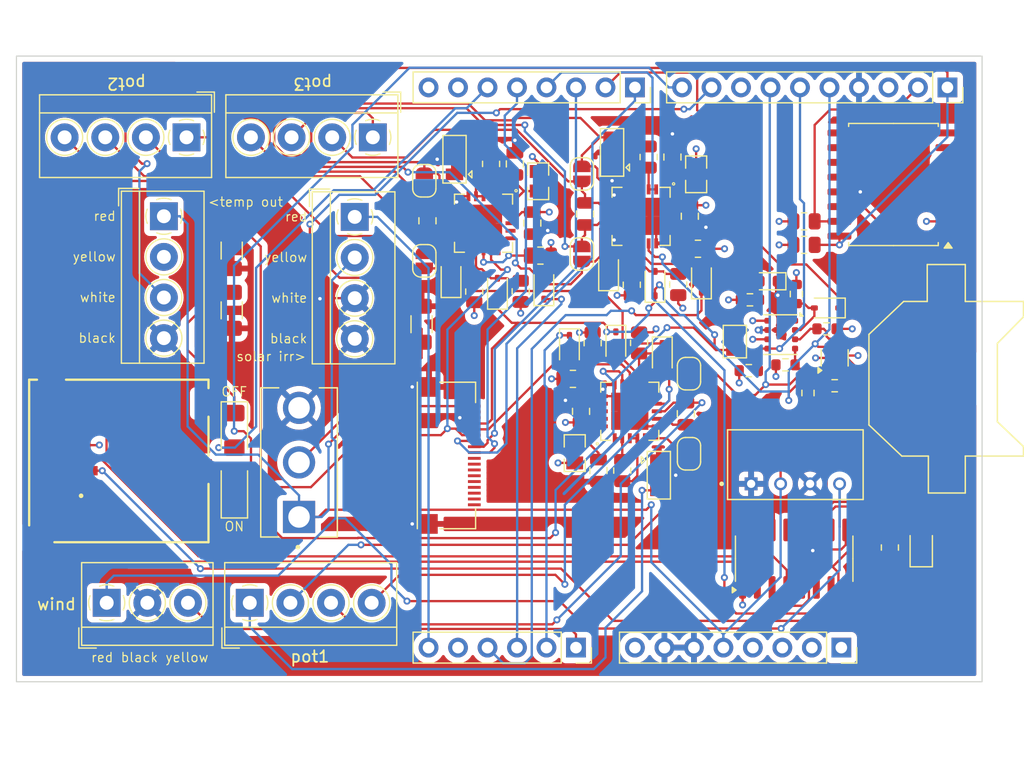
<source format=kicad_pcb>
(kicad_pcb (version 20240108) (generator "pcbnew") (generator_version "8.0")
  (layers (0 "F.Cu" signal) (1 "In1.Cu" power) (2 "In2.Cu" power) (31 "B.Cu" signal) (34 "B.Paste" user) (35 "F.Paste" user) (36 "B.SilkS" user "B.Silkscreen") (37 "F.SilkS" user "F.Silkscreen") (38 "B.Mask" user) (39 "F.Mask" user) (44 "Edge.Cuts" user))
  (net 0 "")
  (net 1 "/MOSI")
  (net 2 "/D5")
  (net 3 "/D4")
  (net 4 "/D7")
  (net 5 "/D9")
  (net 6 "/D3")
  (net 7 "/A0")
  (net 8 "/A1")
  (net 9 "/MISO")
  (net 10 "/D2")
  (net 11 "/A5")
  (net 12 "/D8")
  (net 13 "/A3")
  (net 14 "/SCL")
  (net 15 "/D6")
  (net 16 "/A2")
  (net 17 "/SCK")
  (net 18 "GND")
  (net 19 "Net-(U2-VDD)")
  (net 20 "Net-(J5-Pin_3)")
  (net 21 "Net-(J5-Pin_2)")
  (net 22 "Net-(U4-VDD)")
  (net 23 "Net-(J7-Pin_2)")
  (net 24 "Net-(J7-Pin_3)")
  (net 25 "Net-(U6-VDD)")
  (net 26 "Net-(J9-Pin_3)")
  (net 27 "Net-(J9-Pin_2)")
  (net 28 "+3.3V")
  (net 29 "Net-(D1-K)")
  (net 30 "Net-(D2-K)")
  (net 31 "Net-(D3-A)")
  (net 32 "Net-(D4-A)")
  (net 33 "Net-(D5-A)")
  (net 34 "Net-(D6-A)")
  (net 35 "Net-(D7-A)")
  (net 36 "Net-(D8-A)")
  (net 37 "Net-(D9-A)")
  (net 38 "Net-(D10-A)")
  (net 39 "Net-(D11-A)")
  (net 40 "Net-(D12-A)")
  (net 41 "/BME680/CS_3V")
  (net 42 "/microSD/4Y")
  (net 43 "Net-(D14-K)")
  (net 44 "/BME680/SCK_3V")
  (net 45 "/BME680/SDI_3V")
  (net 50 "/DS3231/VBAT")
  (net 57 "/microSD/2Y")
  (net 58 "/microSD/3Y")
  (net 59 "/microSD/1Y")
  (net 70 "+5V")
  (net 73 "Net-(J5-Pin_1)")
  (net 74 "Net-(J5-Pin_4)")
  (net 75 "Net-(J7-Pin_4)")
  (net 76 "Net-(J7-Pin_1)")
  (net 77 "Net-(J9-Pin_4)")
  (net 78 "Net-(J9-Pin_1)")
  (net 79 "Net-(U2-ISENSOR)")
  (net 80 "Net-(U2-BIAS)")
  (net 81 "Net-(U4-BIAS)")
  (net 82 "Net-(U4-ISENSOR)")
  (net 83 "Net-(U6-ISENSOR)")
  (net 84 "Net-(U6-BIAS)")
  (net 92 "+9V")
  (net 93 "/SDA")
  (net 95 "/microSD/CD")
  (footprint "Resistor_SMD:R_0603_1608Metric" (layer "F.Cu") (at 185.5438 105.295)
    (property "Reference" "R18" (hide yes))
    (property "Value" "10k")
  )
  (footprint "Resistor_SMD:R_0805_2012Metric" (layer "F.Cu") (at 172.0663 96.575 -90)
    (property "Reference" "R13" (hide yes))
    (property "Value" "10K")
  )
  (footprint "Resistor_SMD:R_0805_2012Metric" (layer "F.Cu") (at 182.9063 91.135)
    (property "Reference" "R24" (hide yes))
    (property "Value" "10k")
  )
  (footprint "Connector_PinSocket_2.54mm:PinSocket_1x08_P2.54mm_Vertical" (layer "F.Cu") (at 186.1163 127.855 -90)
    (property "Reference" "J11" (hide yes))
    (property "Value" "Conn_01x08_Socket")
  )
  (footprint "Capacitor_SMD:C_0805_2012Metric" (layer "F.Cu") (at 171.5663 85.595 90)
    (property "Reference" "C12" (hide yes))
    (property "Value" "0.1uF")
  )
  (footprint "Diode_SMD:D_SOD-323" (layer "F.Cu") (at 152.4938 96.085 90)
    (property "Reference" "D6" (hide yes))
    (property "Value" "1N4148")
  )
  (footprint "Capacitor_SMD:C_0805_2012Metric" (layer "F.Cu") (at 163.6938 107.505 90)
    (property "Reference" "C1" (hide yes))
    (property "Value" "0.1uF")
  )
  (footprint "Resistor_SMD:R_0603_1608Metric" (layer "F.Cu") (at 182.2438 97.395 90)
    (property "Reference" "R21" (hide yes))
    (property "Value" "10k")
  )
  (footprint "external_footprints:MAX31865ATP+" (layer "F.Cu") (at 155.2938 91.295 180)
    (property "Reference" "U4" (hide yes))
    (property "Value" "MAX31865")
  )
  (footprint "Jumper:SolderJumper-3_P1.3mm_Bridged12_Pad1.0x1.5mm" (layer "F.Cu") (at 170.3938 113.005 -90)
    (property "Reference" "JP1" (hide yes))
    (property "Value" "SolderJumper_3_Bridged12")
  )
  (footprint "Diode_SMD:D_SOD-323" (layer "F.Cu") (at 184.8438 98.595 180)
    (property "Reference" "D13" (hide yes))
    (property "Value" "1N4148")
  )
  (footprint "Jumper:SolderJumper-2_P1.3mm_Open_RoundedPad1.0x1.5mm" (layer "F.Cu") (at 172.9938 111.155 -90)
    (property "Reference" "JP2" (hide yes))
    (property "Value" "SOLDERJUMPER")
  )
  (footprint "Diode_SMD:D_SOD-323" (layer "F.Cu") (at 162.6938 102.005 -90)
    (property "Reference" "D5" (hide yes))
    (property "Value" "1N4148")
  )
  (footprint "external_footprints:XF2M-1815-1A" (layer "F.Cu") (at 152.1 111.3 180)
    (property "Reference" "J4" (hide yes))
    (property "Value" "FPC connector")
  )
  (footprint "Connector_PinSocket_2.54mm:PinSocket_1x10_P2.54mm_Vertical" (layer "F.Cu") (at 195.2563 79.595 -90)
    (property "Reference" "J6" (hide yes))
    (property "Value" "Conn_01x10_Socket")
  )
  (footprint "Jumper:SolderJumper-3_P1.3mm_Bridged12_Pad1.0x1.5mm" (layer "F.Cu") (at 152.7938 85.785 90)
    (property "Reference" "JP4" (hide yes))
    (property "Value" "SolderJumper_3_Bridged12")
  )
  (footprint "Resistor_SMD:R_0805_2012Metric" (layer "F.Cu") (at 169.5163 85.595 -90)
    (property "Reference" "R15" (hide yes))
    (property "Value" "430Ω, ±0.1%")
  )
  (footprint "Jumper:SolderJumper-3_P1.3mm_Bridged12_Pad1.0x1.5mm" (layer "F.Cu") (at 166.3663 85.195 90)
    (property "Reference" "JP7" (hide yes))
    (property "Value" "SolderJumper_3_Bridged12")
  )
  (footprint "Resistor_SMD:R_0603_1608Metric" (layer "F.Cu") (at 184.8438 100.395 180)
    (property "Reference" "R20" (hide yes))
    (property "Value" "10k")
  )
  (footprint "TerminalBlock_4Ucon:TerminalBlock_4Ucon_1x04_P3.50mm_Horizontal" (layer "F.Cu") (at 144.2 90.75 -90)
    (property "Reference" "J1" (hide yes))
    (property "Value" "pyranometer")
  )
  (footprint "TerminalBlock_4Ucon:TerminalBlock_4Ucon_1x04_P3.50mm_Horizontal" (layer "F.Cu") (at 129.7063 83.895 180)
    (property "Reference" "J7" (hide yes))
    (property "Value" "Pt100")
  )
  (footprint "external_footprints:MAX31865ATP+" (layer "F.Cu") (at 167.8938 107.495)
    (property "Reference" "U2" (hide yes))
    (property "Value" "MAX31865")
  )
  (footprint "external_footprints:MEM2061-01-188-00-A" (layer "F.Cu") (at 123.875 111.775 -90)
    (property "Reference" "J13" (hide yes))
    (property "Value" "microSD")
  )
  (footprint "Resistor_SMD:R_0805_2012Metric" (layer "F.Cu") (at 160.1938 94.085)
    (property "Reference" "R8" (hide yes))
    (property "Value" "10K")
  )
  (footprint "Package_SO:SOIC-16_3.9x9.9mm_P1.27mm" (layer "F.Cu") (at 182.0563 120.195 90)
    (property "Reference" "IC3" (hide yes))
    (property "Value" "74HC4050D")
  )
  (footprint "Resistor_SMD:R_0603_1608Metric" (layer "F.Cu") (at 178.1438 103.995 180)
    (property "Reference" "R22" (hide yes))
    (property "Value" "10k")
  )
  (footprint "Capacitor_SMD:C_0805_2012Metric" (layer "F.Cu") (at 173.0663 90.695 -90)
    (property "Reference" "C11" (hide yes))
    (property "Value" "0.1uF")
  )
  (footprint "Diode_SMD:D_SOD-323" (layer "F.Cu") (at 170.0663 96.495 90)
    (property "Reference" "D10" (hide yes))
    (property "Value" "1N4148")
  )
  (footprint "Resistor_SMD:R_1206_3216Metric_Pad1.30x1.75mm_HandSolder" (layer "F.Cu") (at 133.6 93.65 -90)
    (property "Reference" "R2" (hide yes))
    (property "Value" "150")
  )
  (footprint "external_footprints:LI0805G201R-10" (layer "F.Cu") (at 163.15 111.1 -90)
    (property "Reference" "FB1" (hide yes))
    (property "Value" "FERRITE-0805NO")
  )
  (footprint "TerminalBlock_4Ucon:TerminalBlock_4Ucon_1x03_P3.50mm_Horizontal" (layer "F.Cu") (at 122.8313 123.995)
    (property "Reference" "J2" (hide yes))
    (property "Value" "anemometer")
  )
  (footprint "Capacitor_SMD:C_0805_2012Metric" (layer "F.Cu") (at 157.9938 86.185 90)
    (property "Reference" "C7" (hide yes))
    (property "Value" "0.1uF")
  )
  (footprint "Package_LGA:Bosch_LGA-8_3x3mm_P0.8mm_ClockwisePinNumbering" (layer "F.Cu") (at 180.9438 100.895 -90)
    (property "Reference" "IC1" (hide yes))
    (property "Value" "BME680")
  )
  (footprint "Connector_PinSocket_2.54mm:PinSocket_1x08_P2.54mm_Vertical" (layer "F.Cu") (at 168.3363 79.595 -90)
    (property "Reference" "J8" (hide yes))
    (property "Value" "Conn_01x08_Socket")
  )
  (footprint "Diode_SMD:D_SOD-323" (layer "F.Cu") (at 166.0663 95.495 90)
    (property "Reference" "D9" (hide yes))
    (property "Value" "1N4148")
  )
  (footprint "LED_SMD:LED_0603_1608Metric" (layer "F.Cu") (at 179.8563 96.295 180)
    (property "Reference" "D12" (hide yes))
    (property "Value" "GREEN")
  )
  (footprint "Package_TO_SOT_SMD:SOT-363_SC-70-6" (layer "F.Cu") (at 185.5438 102.895 90)
    (property "Reference" "Q1" (hide yes))
    (property "Value" "BSS138")
  )
  (footprint "Resistor_SMD:R_0603_1608Metric" (layer "F.Cu") (at 181.3063 103.495)
    (property "Reference" "R19" (hide yes))
    (property "Value" "10k")
  )
  (footprint "external_footprints:MAX31865ATP+" (layer "F.Cu") (at 168.8663 90.705 180)
    (property "Reference" "U6" (hide yes))
    (property "Value" "MAX31865")
  )
  (footprint "TerminalBlock_4Ucon:TerminalBlock_4Ucon_1x04_P3.50mm_Horizontal" (layer "F.Cu") (at 135.1563 123.995)
    (property "Reference" "J5" (hide yes))
    (property "Value" "Pt100")
  )
  (footprint "Jumper:SolderJumper-2_P1.3mm_Open_RoundedPad1.0x1.5mm" (layer "F.Cu") (at 150.1938 94.535 90)
    (property "Reference" "JP6" (hide yes))
    (property "Value" "SOLDERJUMPER")
  )
  (footprint "Resistor_SMD:R_0805_2012Metric" (layer "F.Cu") (at 168.6938 101.605 90)
    (property "Reference" "R6" (hide yes))
    (property "Value" "10K")
  )
  (footprint "Resistor_SMD:R_0805_2012Metric" (layer "F.Cu") (at 155.9438 86.185 -90)
    (property "Reference" "R11" (hide yes))
    (property "Value" "430Ω, ±0.1%")
  )
  (footprint "Resistor_SMD:R_0805_2012Metric" (layer "F.Cu") (at 162.9938 104.705 180)
    (property "Reference" "R4" (hide yes))
    (property "Value" "10K")
  )
  (footprint "Capacitor_SMD:C_0805_2012Metric" (layer "F.Cu") (at 172.7238 107.705 90)
    (property "Reference" "C3" (hide yes))
    (property "Value" "0.1uF")
  )
  (footprint "Resistor_SMD:R_0603_1608Metric" (layer "F.Cu") (at 178.2438 97.895)
    (property "Reference" "R16" (hide yes))
    (property "Value" "10k")
  )
  (footprint "Connector_PinSocket_2.54mm:PinSocket_1x06_P2.54mm_Vertical" (layer "F.Cu") (at 163.2563 127.855 -90)
    (property "Reference" "J10" (hide yes))
    (property "Value" "Conn_01x06_Socket")
  )
  (footprint "Resistor_SMD:R_0603_1608Metric" (layer "F.Cu") (at 183.2438 105.92 90)
    (property "Reference" "R17" (hide yes))
    (property "Value" "10k")
  )
  (footprint "Resistor_SMD:R_0805_2012Metric" (layer "F.Cu") (at 154.4938 97.185 -90)
    (property "Reference" "R10" (hide yes))
    (property "Value" "10K")
  )
  (footprint "TerminalBlock_4Ucon:TerminalBlock_4Ucon_1x04_P3.50mm_Horizontal" (layer "F.Cu") (at 145.7563 83.895 180)
    (property "Reference" "J9" (hide yes))
    (property "Value" "Pt100")
  )
  (footprint "Jumper:SolderJumper-2_P1.3mm_Open_RoundedPad1.0x1.5mm" (layer "F.Cu") (at 163.7663 93.945 90)
    (property "Reference" "JP9" (hide yes))
    (property "Value" "SOLDERJUMPER")
  )
  (footprint "Diode_SMD:D_SOD-323" (layer "F.Cu") (at 170.6938 102.705 -90)
    (property "Reference" "D3" (hide yes))
    (property "Value" "1N4148")
  )
  (footprint "TerminalBlock_4Ucon:TerminalBlock_4Ucon_1x04_P3.50mm_Horizontal" (layer "F.Cu") (at 127.7563 90.695 -90)
    (property "Reference" "J3" (hide yes))
    (property "Value" "AM2315C")
  )
  (footprint "external_footprints:LI0805G201R-10" (layer "F.Cu") (at 160 87.68 90)
    (property "Reference" "FB2" (hide yes))
    (property "Value" "FERRITE-0805NO")
  )
  (footprint "Resistor_SMD:R_0805_2012Metric" (layer "F.Cu") (at 158.4938 97.165 -90)
    (property "Reference" "R9" (hide yes))
    (property "Value" "10K")
  )
  (footprint "Jumper:SolderJumper-2_P1.3mm_Open_TrianglePad1.0x1.5mm" (layer "F.Cu") (at 176.9438 101.495 90)
    (property "Reference" "JP10" (hide yes))
    (property "Value" "SOLDERJUMPER")
  )
  (footprint "Package_SO:SOIC-16W_7.5x10.3mm_P1.27mm" (layer "F.Cu") (at 190.6063 87.96 180)
    (property "Reference" "IC2" (hide yes))
    (property "Value" "DS3231")
  )
  (footprint "Diode_SMD:D_SOD-323" (layer "F.Cu") (at 166.6938 101.705 -90)
    (property "Reference" "D4" (hide yes))
    (property "Value" "1N4148")
  )
  (footprint "Resistor_SMD:R_1206_3216Metric_Pad1.30x1.75mm_HandSolder" (layer "F.Cu") (at 149.9563 99.995 -90)
    (property "Reference" "R1" (hide yes))
    (property "Value" "10k")
  )
  (footprint "Jumper:SolderJumper-2_P1.3mm_Open_RoundedPad1.0x1.5mm" (layer "F.Cu") (at 163.7663 87.045 90)
    (property "Reference" "JP8" (hide yes))
    (property "Value" "SOLDERJUMPER")
  )
  (footprint "Capacitor_SMD:C_0805_2012Metric" (layer "F.Cu") (at 165.1938 112.605 -90)
    (property "Reference" "C2" (hide yes))
    (property "Value" "0.1uF")
  )
  (footprint "Diode_SMD:D_SOD-323" (layer "F.Cu") (at 174.0663 96.195 90)
    (property "Reference" "D11" (hide yes))
    (property "Value" "1N4148")
  )
  (footprint "Resistor_SMD:R_1206_3216Metric_Pad1.30x1.75mm_HandSolder" (layer "F.Cu") (at 133.6 98.8 -90)
    (property "Reference" "R3" (hide yes))
    (property "Value" "150")
  )
  (footprint "Resistor_SMD:R_0805_2012Metric" (layer "F.Cu") (at 182.9063 93.16)
    (property "Reference" "R23" (hide yes))
    (property "Value" "10k")
  )
  (footprint "external_footprints:500SSP1S2M2QEA" (layer "F.Cu") (at 139.4 111.9 90)
    (property "Reference" "SW1" (hide yes))
    (property "Value" "500SSP1S2M2QEA")
  )
  (footprint "Capacitor_SMD:C_0805_2012Metric" (layer "F.Cu") (at 164.0363 90.495 -90)
    (property "Reference" "C13" (hide yes))
    (property "Value" "0.1uF")
  )
  (footprint "Resistor_SMD:R_0805_2012Metric" (layer "F.Cu") (at 164.6938 101.625 90)
    (property "Reference" "R5" (hide yes))
    (property "Value" "10K")
  )
  (footprint "Jumper:SolderJumper-2_P1.3mm_Open_RoundedPad1.0x1.5mm" (layer "F.Cu") (at 150.1938 87.635 90)
    (property "Reference" "JP5" (hide yes))
    (property "Value" "SOLDERJUMPER")
  )
  (footprint "external_footprints:TBA_1-0519" (layer "F.Cu") (at 182.1563 112.095)
    (property "Reference" "U1" (hide yes))
    (property "Value" "TBA_1-0519")
  )
  (footprint "Diode_SMD:D_SOD-323" (layer "F.Cu") (at 160.4938 96.785 90)
    (property "Reference" "D8" (hide yes))
    (property "Value" "1N4148")
  )
  (footprint "Resistor_SMD:R_0805_2012Metric" (layer "F.Cu") (at 168.0663 96.595 -90)
    (property "Reference" "R14" (hide yes))
    (property "Value" "10K")
  )
  (footprint "Capacitor_SMD:C_0805_2012Metric" (layer "F.Cu") (at 150.4638 91.085 -90)
    (property "Reference" "C8" (hide yes))
    (property "Value" "0.1uF")
  )
  (footprint "external_footprints:LI0805G201R-10" (layer "F.Cu") (at 173.61 87.08 90)
    (property "Reference" "FB3" (hide yes))
    (property "Value" "FERRITE-0805NO")
  )
  (footprint "Resistor_SMD:R_0805_2012Metric" (layer "F.Cu") (at 173.7663 93.495)
    (property "Reference" "R12" (hide yes))
    (property "Value" "10K")
  )
  (footprint "Capacitor_SMD:C_0805_2012Metric" (layer "F.Cu") (at 159.4938 91.285 -90)
    (property "Reference" "C6" (hide yes))
    (property "Value" "0.1uF")
  )
  (footprint "LED_SMD:LED_0805_2012Metric" (layer "F.Cu") (at 193.0013 119.2075 90)
    (property "Reference" "D14" (hide yes))
    (property "Value" "RED")
  )
  (footprint "Jumper:SolderJumper-2_P1.3mm_Open_RoundedPad1.0x1.5mm" (layer "F.Cu") (at 172.9938 104.255 -90)
    (property "Reference" "JP3" (hide yes))
    (property "Value" "SOLDERJUMPER")
  )
  (footprint "Resistor_SMD:R_0805_2012Metric" (layer "F.Cu") (at 167.2438 112.605 90)
    (property "Reference" "R7" (hide yes))
    (property "Value" "430Ω, ±0.1%")
  )
  (footprint "Diode_SMD:D_SOD-323" (layer "F.Cu") (at 156.4938 97.085 90)
    (property "Reference" "D7" (hide yes))
    (property "Value" "1N4148")
  )
  (footprint "LED_SMD:LED_1206_3216Metric_Pad1.42x1.75mm_HandSolder" (layer "F.Cu") (at 133.83 114.2275 90)
    (property "Reference" "D1" (hide yes))
    (property "Value" "LED_GREEN")
  )
  (footprint "LED_SMD:LED_1206_3216Metric_Pad1.42x1.75mm_HandSolder" (layer "F.Cu") (at 133.83 109.14 -90)
    (property "Reference" "D2" (hide yes))
    (property "Value" "LED_RED")
  )
  (footprint "Resistor_SMD:R_0805_2012Metric" (layer "F.Cu") (at 190.3013 119.2325 -90)
    (property "Reference" "R25" (hide yes))
    (property "Value" "1k")
  )
  (footprint "external_footprints:CR1220" (layer "F.Cu") (at 195.1563 104.695 -90)
    (property "Reference" "B1" (hide yes))
    (property "Value" "CR1220")
  )
  (gr_rect (start 115.05625 76.895) (end 198.241233 130.795) (stroke (width 0.1)) (fill none) (layer "Edge.Cuts"))
  (gr_text "black" (at 123.98 129.17 0) (layer "F.SilkS") (effects (font (size 0.8 0.8) (thickness 0.1)) (justify left bottom)))
  (gr_text "ON" (at 132.92 117.89 0) (layer "F.SilkS") (effects (font (size 0.8 0.8) (thickness 0.1)) (justify left bottom)))
  (gr_text "red" (at 121.42262 129.17 0) (layer "F.SilkS") (effects (font (size 0.8 0.8) (thickness 0.1)) (justify left bottom)))
  (gr_text "pot1" (at 138.57 129.21 0) (layer "F.SilkS") (effects (font (size 1 1)) (justify left bottom)))
  (gr_text "wind" (at 116.74 124.69675 0) (layer "F.SilkS") (effects (font (size 1 1)) (justify left bottom)))
  (gr_text "<temp out" (at 131.51 89.93 0) (layer "F.SilkS") (effects (font (size 0.8 0.8) (thickness 0.1)) (justify left bottom)))
  (gr_text "red" (at 121.635239 91.15 0) (layer "F.SilkS") (effects (font (size 0.8 0.8) (thickness 0.1)) (justify left bottom)))
  (gr_text "yellow" (at 127.83262 129.17 0) (layer "F.SilkS") (effects (font (size 0.8 0.8) (thickness 0.1)) (justify left bottom)))
  (gr_text "red" (at 138.130477 91.2 0) (layer "F.SilkS") (effects (font (size 0.8 0.8) (thickness 0.1)) (justify left bottom)))
  (gr_text "yellow" (at 119.844762 94.65 0) (layer "F.SilkS") (effects (font (size 0.8 0.8) (thickness 0.1)) (justify left bottom)))
  (gr_text "white" (at 120.454287 98.15 0) (layer "F.SilkS") (effects (font (size 0.8 0.8) (thickness 0.1)) (justify left bottom)))
  (gr_text "yellow" (at 136.34 94.7 0) (layer "F.SilkS") (effects (font (size 0.8 0.8) (thickness 0.1)) (justify left bottom)))
  (gr_text "black" (at 120.34 101.65 0) (layer "F.SilkS") (effects (font (size 0.8 0.8) (thickness 0.1)) (justify left bottom)))
  (gr_text "white" (at 136.949525 98.2 0) (layer "F.SilkS") (effects (font (size 0.8 0.8) (thickness 0.1)) (justify left bottom)))
  (gr_text "pot2" (at 126.3 78.69 180) (layer "F.SilkS") (effects (font (size 1 1)) (justify left bottom)))
  (gr_text "black" (at 136.835238 101.7 0) (layer "F.SilkS") (effects (font (size 0.8 0.8) (thickness 0.1)) (justify left bottom)))
  (gr_text "solar irr>" (at 133.94 103.24 0) (layer "F.SilkS") (effects (font (size 0.8 0.8) (thickness 0.1)) (justify left bottom)))
  (gr_text "OFF" (at 132.655239 106.28 0) (layer "F.SilkS") (effects (font (size 0.8 0.8) (thickness 0.1)) (justify left bottom)))
  (gr_text "pot3" (at 142.345586 78.69 180) (layer "F.SilkS") (effects (font (size 1 1)) (justify left bottom)))
  (segment (start 155.72 109.05) (end 154.5 109.05) (width 0.2) (layer "F.Cu") (net 1))
  (segment (start 165.476 97.135) (end 165.476 96.774) (width 0.2) (layer "F.Cu") (net 1))
  (segment (start 177.161 106.1) (end 172.716 101.655) (width 0.2) (layer "F.Cu") (net 1))
  (segment (start 182.551 104.3) (end 184.15 104.3) (width 0.2) (layer "F.Cu") (net 1))
  (segment (start 186.3688 104.6688) (end 186.2 104.5) (width 0.2) (layer "F.Cu") (net 1))
  (segment (start 186.05 104.5) (end 186.1938 104.3562) (width 0.2) (layer "F.Cu") (net 1))
  (segment (start 184.85 109.7) (end 186.3688 108.1812) (width 0.2) (layer "F.Cu") (net 1))
  (segment (start 181.656 105.195) (end 182.551 104.3) (width 0.2) (layer "F.Cu") (net 1))
  (segment (start 179.6 105.195) (end 181.656 105.195) (width 0.2) (layer "F.Cu") (net 1))
  (segment (start 167.273 101.655) (end 167.273 98.9322) (width 0.2) (layer "F.Cu") (net 1))
  (segment (start 184.15 104.3) (end 184.35 104.5) (width 0.2) (layer "F.Cu") (net 1))
  (segment (start 163.115 101.655) (end 155.72 109.05) (width 0.2) (layer "F.Cu") (net 1))
  (segment (start 182.6913 122.67) (end 182.6913 119.611171) (width 0.2) (layer "F.Cu") (net 1))
  (segment (start 167.273 101.655) (end 163.115 101.655) (width 0.2) (layer "F.Cu") (net 1))
  (segment (start 186.3688 105.295) (end 186.3688 104.6688) (width 0.2) (layer "F.Cu") (net 1))
  (segment (start 184.85 114.55) (end 184.85 109.7) (width 0.2) (layer "F.Cu") (net 1))
  (segment (start 179.6 105.195) (end 178.695 106.1) (width 0.2) (layer "F.Cu") (net 1))
  (segment (start 167.273 98.9322) (end 165.476 97.135) (width 0.2) (layer "F.Cu") (net 1))
  (segment (start 152.4938 97.135) (end 165.476 97.135) (width 0.2) (layer "F.Cu") (net 1))
  (segment (start 182.6913 119.611171) (end 183.326 118.976471) (width 0.2) (layer "F.Cu") (net 1))
  (segment (start 186.1938 104.3562) (end 186.1938 103.845) (width 0.2) (layer "F.Cu") (net 1))
  (segment (start 184.35 104.5) (end 186.05 104.5) (width 0.2) (layer "F.Cu") (net 1))
  (segment (start 170.6938 101.655) (end 167.273 101.655) (width 0.2) (layer "F.Cu") (net 1))
  (segment (start 186.3688 108.1812) (end 186.3688 105.295) (width 0.2) (layer "F.Cu") (net 1))
  (segment (start 165.476 96.774) (end 165.705 96.545) (width 0.2) (layer "F.Cu") (net 1))
  (segment (start 165.705 96.545) (end 166.066 96.545) (width 0.2) (layer "F.Cu") (net 1))
  (segment (start 172.716 101.655) (end 170.6938 101.655) (width 0.2) (layer "F.Cu") (net 1))
  (segment (start 186.2 104.5) (end 186.05 104.5) (width 0.2) (layer "F.Cu") (net 1))
  (segment (start 183.326 118.976471) (end 183.326 116.074) (width 0.2) (layer "F.Cu") (net 1))
  (segment (start 183.326 116.074) (end 184.85 114.55) (width 0.2) (layer "F.Cu") (net 1))
  (segment (start 178.695 106.1) (end 177.161 106.1) (width 0.2) (layer "F.Cu") (net 1))
  (via (at 179.6 105.195) (size 0.6) (drill 0.3) (layers "F.Cu" "B.Cu") (net 1))
  (segment (start 179.6 104.1) (end 179.95 103.75) (width 0.2) (layer "B.Cu") (net 1))
  (segment (start 179.95 79.6613) (end 180.0163 79.595) (width 0.2) (layer "B.Cu") (net 1))
  (segment (start 179.6 105.195) (end 179.6 104.1) (width 0.2) (layer "B.Cu") (net 1))
  (segment (start 179.95 103.75) (end 179.95 79.6613) (width 0.2) (layer "B.Cu") (net 1))
  (segment (start 156.24 109.39) (end 155.64 109.99) (width 0.2) (layer "F.Cu") (net 2))
  (segment (start 155.64 110.22) (end 155.31 110.55) (width 0.2) (layer "F.Cu") (net 2))
  (segment (start 155.64 109.99) (end 155.64 110.22) (width 0.2) (layer "F.Cu") (net 2))
  (segment (start 155.31 110.55) (end 154.5 110.55) (width 0.2) (layer "F.Cu") (net 2))
  (via (at 156.24 109.39) (size 0.6) (drill 0.3) (layers "F.Cu" "B.Cu") (net 2))
  (segment (start 156.265 109.365) (end 156.265 102.126314) (width 0.2) (layer "B.Cu") (net 2))
  (segment (start 163.2563 79.595) (end 163.256 79.5953) (width 0.2) (layer "B.Cu") (net 2))
  (segment (start 156.265 102.126314) (end 163.2563 95.135014) (width 0.2) (layer "B.Cu") (net 2))
  (segment (start 156.24 109.39) (end 156.265 109.365) (width 0.2) (layer "B.Cu") (net 2))
  (segment (start 163.2563 95.135014) (end 163.2563 79.595) (width 0.2) (layer "B.Cu") (net 2))
  (segment (start 185.2313 124.0687) (end 185.2313 122.67) (width 0.2) (layer "F.Cu") (net 3))
  (segment (start 176.042 121.818) (end 176.042 123.892) (width 0.2) (layer "F.Cu") (net 3))
  (segment (start 185.231 122.948) (end 185.231 122.856) (width 0.2) (layer "F.Cu") (net 3))
  (segment (start 184.382 124.918) (end 185.2313 124.0687) (width 0.2) (layer "F.Cu") (net 3))
  (segment (start 177.068 124.918) (end 184.382 124.918) (width 0.2) (layer "F.Cu") (net 3))
  (segment (start 176.042 123.892) (end 177.068 124.918) (width 0.2) (layer "F.Cu") (net 3))
  (via (at 176.042 121.818) (size 0.6) (drill 0.3) (layers "F.Cu" "B.Cu") (net 3))
  (segment (start 176.05 103.967) (end 176.05 121.81) (width 0.2) (layer "B.Cu") (net 3))
  (segment (start 169.85 78.765686) (end 169.85 97.767) (width 0.2) (layer "B.Cu") (net 3))
  (segment (start 169.85 97.767) (end 176.05 103.967) (width 0.2) (layer "B.Cu") (net 3))
  (segment (start 169.384314 78.3) (end 169.85 78.765686) (width 0.2) (layer "B.Cu") (net 3))
  (segment (start 162.0113 78.3) (end 169.384314 78.3) (width 0.2) (layer "B.Cu") (net 3))
  (segment (start 176.05 121.81) (end 176.042 121.818) (width 0.2) (layer "B.Cu") (net 3))
  (segment (start 160.7163 79.595) (end 162.0113 78.3) (width 0.2) (layer "B.Cu") (net 3))
  (segment (start 153.05 110.05) (end 154.5 110.05) (width 0.2) (layer "F.Cu") (net 4))
  (via (at 153.05 110.05) (size 0.6) (drill 0.3) (layers "F.Cu" "B.Cu") (net 4))
  (segment (start 164.673 94.284) (end 164.673 84.4096) (width 0.2) (layer "B.Cu") (net 4))
  (segment (start 168.336 80.4587) (end 168.336 80.1708) (width 0.2) (layer "B.Cu") (net 4))
  (segment (start 157.271 101.686) (end 164.673 94.284) (width 0.2) (layer "B.Cu") (net 4))
  (segment (start 157.271 110.249) (end 157.271 101.686) (width 0.2) (layer "B.Cu") (net 4))
  (segment (start 156.47 111.05) (end 157.271 110.249) (width 0.2) (layer "B.Cu") (net 4))
  (segment (start 168.336 80.4587) (end 168.3363 80.4584) (width 0.2) (layer "B.Cu") (net 4))
  (segment (start 153.05 110.05) (end 154.05 111.05) (width 0.2) (layer "B.Cu") (net 4))
  (segment (start 154.05 111.05) (end 156.47 111.05) (width 0.2) (layer "B.Cu") (net 4))
  (segment (start 164.673 84.4096) (end 168.336 80.7467) (width 0.2) (layer "B.Cu") (net 4))
  (segment (start 168.336 80.7467) (end 168.336 80.4587) (width 0.2) (layer "B.Cu") (net 4))
  (segment (start 168.3363 80.4584) (end 168.3363 79.595) (width 0.2) (layer "B.Cu") (net 4))
  (segment (start 149.9563 102.8937) (end 149.15 103.7) (width 0.2) (layer "F.Cu") (net 5))
  (segment (start 149.9563 101.545) (end 149.9563 102.8937) (width 0.2) (layer "F.Cu") (net 5))
  (segment (start 156.719 81.4671) (end 156.397 81.7884) (width 0.2) (layer "F.Cu") (net 5))
  (segment (start 140.334 93.434) (end 142.9 96) (width 0.2) (layer "F.Cu") (net 5))
  (segment (start 147.6 103.7) (end 139.4 111.9) (width 0.2) (layer "F.Cu") (net 5))
  (segment (start 149.9563 100.4063) (end 149.9563 101.545) (width 0.2) (layer "F.Cu") (net 5))
  (segment (start 149.15 103.7) (end 147.6 103.7) (width 0.2) (layer "F.Cu") (net 5))
  (segment (start 149.755 101.545) (end 149.956 101.545) (width 0.2) (layer "F.Cu") (net 5))
  (segment (start 142.9 96) (end 145.55 96) (width 0.2) (layer "F.Cu") (net 5))
  (segment (start 140.334 91.378) (end 140.334 93.434) (width 0.2) (layer "F.Cu") (net 5))
  (segment (start 145.55 96) (end 149.9563 100.4063) (width 0.2) (layer "F.Cu") (net 5))
  (segment (start 149.956 101.545) (end 149.9563 101.545) (width 0.2) (layer "F.Cu") (net 5))
  (segment (start 172.553 81.4671) (end 156.719 81.4671) (width 0.2) (layer "F.Cu") (net 5))
  (via (at 172.553 81.4671) (size 0.6) (drill 0.3) (layers "F.Cu" "B.Cu") (net 5))
  (via (at 140.334 91.378) (size 0.6) (drill 0.3) (layers "F.Cu" "B.Cu") (net 5))
  (via (at 156.397 81.7884) (size 0.6) (drill 0.3) (layers "F.Cu" "B.Cu") (net 5))
  (segment (start 174.936 79.595) (end 173.064 81.4671) (width 0.2) (layer "B.Cu") (net 5))
  (segment (start 153.029 81.7884) (end 156.397 81.7884) (width 0.2) (layer "B.Cu") (net 5))
  (segment (start 173.064 81.4671) (end 172.553 81.4671) (width 0.2) (layer "B.Cu") (net 5))
  (segment (start 174.9363 79.595) (end 174.936 79.595) (width 0.2) (layer "B.Cu") (net 5))
  (segment (start 142.862 88.85) (end 145.9674 88.85) (width 0.2) (layer "B.Cu") (net 5))
  (segment (start 145.9674 88.85) (end 153.029 81.7884) (width 0.2) (layer "B.Cu") (net 5))
  (segment (start 140.334 91.378) (end 142.862 88.85) (width 0.2) (layer "B.Cu") (net 5))
  (segment (start 156.24 110.64) (end 155.83 111.05) (width 0.2) (layer "F.Cu") (net 6))
  (segment (start 155.83 111.05) (end 154.5 111.05) (width 0.2) (layer "F.Cu") (net 6))
  (segment (start 156.24 110.29) (end 156.24 110.64) (width 0.2) (layer "F.Cu") (net 6))
  (via (at 156.24 110.29) (size 0.6) (drill 0.3) (layers "F.Cu" "B.Cu") (net 6))
  (segment (start 157.125 84.5155) (end 157.125 82.025) (width 0.2) (layer "B.Cu") (net 6))
  (segment (start 158.945 97.143) (end 158.945 86.3353) (width 0.2) (layer "B.Cu") (net 6))
  (segment (start 158.1763 80.9737) (end 158.1763 79.595) (width 0.2) (layer "B.Cu") (net 6))
  (segment (start 157.125 82.025) (end 158.1763 80.9737) (width 0.2) (layer "B.Cu") (net 6))
  (segment (start 158.945 86.3353) (end 157.125 84.5155) (width 0.2) (layer "B.Cu") (net 6))
  (segment (start 155.64 100.448) (end 158.945 97.143) (width 0.2) (layer "B.Cu") (net 6))
  (segment (start 155.64 109.69) (end 155.64 100.448) (width 0.2) (layer "B.Cu") (net 6))
  (segment (start 156.24 110.29) (end 155.64 109.69) (width 0.2) (layer "B.Cu") (net 6))
  (segment (start 129.831 123.995) (end 129.8312 123.9951) (width 0.2) (layer "F.Cu") (net 7))
  (segment (start 129.8313 123.995) (end 129.8312 123.9951) (width 0.2) (layer "F.Cu") (net 7))
  (segment (start 132.0863 126.25) (end 129.8313 123.995) (width 0.2) (layer "F.Cu") (net 7))
  (segment (start 163.2563 127.855) (end 163.2563 126.7063) (width 0.2) (layer "F.Cu") (net 7))
  (segment (start 163.2563 126.7063) (end 162.8 126.25) (width 0.2) (layer "F.Cu") (net 7))
  (segment (start 162.8 126.25) (end 132.0863 126.25) (width 0.2) (layer "F.Cu") (net 7))
  (segment (start 161.85 100.955) (end 162.6938 100.955) (width 0.2) (layer "F.Cu") (net 8))
  (via (at 161.85 100.955) (size 0.6) (drill 0.3) (layers "F.Cu" "B.Cu") (net 8))
  (segment (start 160.556 102.249) (end 161.85 100.955) (width 0.2) (layer "B.Cu") (net 8))
  (segment (start 160.716 127.855) (end 160.716 105.416) (width 0.2) (layer "B.Cu") (net 8))
  (segment (start 160.7163 127.855) (end 160.716 127.855) (width 0.2) (layer "B.Cu") (net 8))
  (segment (start 160.556 105.256) (end 160.556 102.249) (width 0.2) (layer "B.Cu") (net 8))
  (segment (start 160.716 105.416) (end 160.556 105.256) (width 0.2) (layer "B.Cu") (net 8))
  (segment (start 180.8 102.095) (end 179.7563 102.095) (width 0.2) (layer "F.Cu") (net 9))
  (segment (start 151.62 109.55) (end 144.902 109.55) (width 0.2) (layer "F.Cu") (net 9))
  (segment (start 152.18 108.99) (end 152.89 108.99) (width 0.2) (layer "F.Cu") (net 9))
  (segment (start 170.06 94.2) (end 169.5163 93.6563) (width 0.2) (layer "F.Cu") (net 9))
  (segment (start 161.03 118.42) (end 145.005529 118.42) (width 0.2) (layer "F.Cu") (net 9))
  (segment (start 144.468471 118.42) (end 137.948 118.42) (width 0.2) (layer "F.Cu") (net 9))
  (segment (start 166.95 104.05) (end 167.2438 104.3438) (width 0.2) (layer "F.Cu") (net 9))
  (segment (start 178.82 102.22) (end 178.82 102.97) (width 0.2) (layer "F.Cu") (net 9))
  (segment (start 178.945 102.095) (end 178.82 102.22) (width 0.2) (layer "F.Cu") (net 9))
  (segment (start 179.7563 102.095) (end 178.945 102.095) (width 0.2) (layer "F.Cu") (net 9))
  (segment (start 169.5163 93.6563) (end 169.5163 93.03) (width 0.2) (layer "F.Cu") (net 9))
  (segment (start 161.5 117.95) (end 161.03 118.42) (width 0.2) (layer "F.Cu") (net 9))
  (segment (start 178.82 102.97) (end 178.9688 103.1188) (width 0.2) (layer "F.Cu") (net 9))
  (segment (start 122.82 111.191471) (end 122.82 107.826) (width 0.2) (layer "F.Cu") (net 9))
  (segment (start 137.15 117.622) (end 137.15 114.495) (width 0.2) (layer "F.Cu") (net 9))
  (segment (start 152.18 108.99) (end 151.62 109.55) (width 0.2) (layer "F.Cu") (net 9))
  (segment (start 122.82 107.826) (end 122.109 107.115) (width 0.2) (layer "F.Cu") (net 9))
  (segment (start 145.005529 118.42) (end 144.985529 118.4) (width 0.2) (layer "F.Cu") (net 9))
  (segment (start 175.2 102.1) (end 175.32 102.22) (width 0.2) (layer "F.Cu") (net 9))
  (segment (start 171.101 100.291) (end 173.391 100.291) (width 0.2) (layer "F.Cu") (net 9))
  (segment (start 178.9688 103.1188) (end 178.9688 103.995) (width 0.2) (layer "F.Cu") (net 9))
  (segment (start 170.7 94.2) (end 170.06 94.2) (width 0.2) (layer "F.Cu") (net 9))
  (segment (start 137.15 114.495) (end 137.615 114.03) (width 0.2) (layer "F.Cu") (net 9))
  (segment (start 137.15 117.622) (end 129.250529 117.622) (width 0.2) (layer "F.Cu") (net 9))
  (segment (start 137.948 118.42) (end 137.15 117.622) (width 0.2) (layer "F.Cu") (net 9))
  (segment (start 153.45 109.55) (end 154.5 109.55) (width 0.2) (layer "F.Cu") (net 9))
  (segment (start 175.32 102.22) (end 176.9438 102.22) (width 0.2) (layer "F.Cu") (net 9))
  (segment (start 152.89 108.99) (end 153.45 109.55) (width 0.2) (layer "F.Cu") (net 9))
  (segment (start 144.488471 118.4) (end 144.468471 118.42) (width 0.2) (layer "F.Cu") (net 9))
  (segment (start 165.6 104.05) (end 166.95 104.05) (width 0.2) (layer "F.Cu") (net 9))
  (segment (start 144.985529 118.4) (end 144.488471 118.4) (width 0.2) (layer "F.Cu") (net 9))
  (segment (start 155.9438 93.62) (end 155.9438 94.4438) (width 0.2) (layer "F.Cu") (net 9))
  (segment (start 122.109 107.115) (end 120.65 107.115) (width 0.2) (layer "F.Cu") (net 9))
  (segment (start 178.82 102.22) (end 176.9438 102.22) (width 0.2) (layer "F.Cu") (net 9))
  (segment (start 140.422 114.03) (end 137.615 114.03) (width 0.2) (layer "F.Cu") (net 9))
  (segment (start 175.2 100.9) (end 175.2 102.1) (width 0.2) (layer "F.Cu") (net 9))
  (segment (start 156.7887 95.2887) (end 157.3512 95.2887) (width 0.2) (layer "F.Cu") (net 9))
  (segment (start 173.391 100.291) (end 175.2 102.1) (width 0.2) (layer "F.Cu") (net 9))
  (segment (start 176.9238 102.2) (end 176.9438 102.22) (width 0.2) (layer "F.Cu") (net 9))
  (segment (start 155.9438 94.4438) (end 156.7887 95.2887) (width 0.2) (layer "F.Cu") (net 9))
  (segment (start 144.902 109.55) (end 140.422 114.03) (width 0.2) (layer "F.Cu") (net 9))
  (segment (start 167.2438 104.3438) (end 167.2438 105.17) (width 0.2) (layer "F.Cu") (net 9))
  (segment (start 129.250529 117.622) (end 122.82 111.191471) (width 0.2) (layer "F.Cu") (net 9))
  (via (at 170.7 94.2) (size 0.6) (drill 0.3) (layers "F.Cu" "B.Cu") (net 9))
  (via (at 175.2 100.9) (size 0.6) (drill 0.3) (layers "F.Cu" "B.Cu") (net 9))
  (via (at 171.101 100.291) (size 0.6) (drill 0.3) (layers "F.Cu" "B.Cu") (net 9))
  (via (at 157.3512 95.2887) (size 0.6) (drill 0.3) (layers "F.Cu" "B.Cu") (net 9))
  (via (at 165.6 104.05) (size 0.6) (drill 0.3) (layers "F.Cu" "B.Cu") (net 9))
  (via (at 152.18 108.99) (size 0.6) (drill 0.3) (layers "F.Cu" "B.Cu") (net 9))
  (via (at 180.8 102.095) (size 0.6) (drill 0.3) (layers "F.Cu" "B.Cu") (net 9))
  (via (at 161.5 117.95) (size 0.6) (drill 0.3) (layers "F.Cu" "B.Cu") (net 9))
  (segment (start 166.478 104.966) (end 166.478 104.922) (width 0.2) (layer "B.Cu") (net 9))
  (segment (start 166.478 104.922) (end 170.798 100.602) (width 0.2) (layer "B.Cu") (net 9))
  (segment (start 161.5 117.95) (end 161.5 114.28) (width 0.2) (layer "B.Cu") (net 9))
  (segment (start 170.798 100.595) (end 171.101 100.291) (width 0.2) (layer "B.Cu") (net 9))
  (segment (start 152.1823 100.4576) (end 157.3512 95.2887) (width 0.2) (layer "B.Cu") (net 9))
  (segment (start 152.18 108.99) (end 152.18 108.3046) (width 0.2) (layer "B.Cu") (net 9))
  (segment (start 170.7 94.765) (end 173.756 97.821) (width 0.2) (layer "B.Cu") (net 9))
  (segment (start 173.756 99.456) (end 175.2 100.9) (width 0.2) (layer "B.Cu") (net 9))
  (segment (start 182.9 99.995) (end 182.9 89.57) (width 0.2) (layer "B.Cu") (net 9))
  (segment (start 180.8 102.095) (end 182.9 99.995) (width 0.2) (layer "B.Cu") (net 9))
  (segment (start 182.5563 89.2263) (end 182.5563 79.595) (width 0.2) (layer "B.Cu") (net 9))
  (segment (start 152.1823 108.3023) (end 152.1823 100.4576) (width 0.2) (layer "B.Cu") (net 9))
  (segment (start 166.478 104.928) (end 166.478 104.966) (width 0.2) (layer "B.Cu") (net 9))
  (segment (start 182.9 89.57) (end 182.5563 89.2263) (width 0.2) (layer "B.Cu") (net 9))
  (segment (start 166.478 109.302) (end 166.478 104.966) (width 0.2) (layer "B.Cu") (net 9))
  (segment (start 161.5 114.28) (end 166.478 109.302) (width 0.2) (layer "B.Cu") (net 9))
  (segment (start 152.18 108.3046) (end 152.1823 108.3023) (width 0.2) (layer "B.Cu") (net 9))
  (segment (start 170.798 100.602) (end 170.798 100.595) (width 0.2) (layer "B.Cu") (net 9))
  (segment (start 165.6 104.05) (end 166.478 104.928) (width 0.2) (layer "B.Cu") (net 9))
  (segment (start 173.756 97.821) (end 173.756 99.456) (width 0.2) (layer "B.Cu") (net 9))
  (segment (start 170.7 94.2) (end 170.7 94.765) (width 0.2) (layer "B.Cu") (net 9))
  (segment (start 182.556 79.595) (end 182.5563 79.595) (width 0.2) (layer "B.Cu") (net 9))
  (segment (start 132.48 110.6275) (end 133.83 110.6275) (width 0.2) (layer "F.Cu") (net 10))
  (via (at 132.48 110.6275) (size 0.6) (drill 0.3) (layers "F.Cu" "B.Cu") (net 10))
  (segment (start 152.863315 81.3884) (end 153.8429 81.3884) (width 0.2) (layer "B.Cu") (net 10))
  (segment (start 142.3956 88.45) (end 145.801715 88.45) (width 0.2) (layer "B.Cu") (net 10))
  (segment (start 133.8825 110.6275) (end 135.7 108.81) (width 0.2) (layer "B.Cu") (net 10))
  (segment (start 135.7 95.1456) (end 142.3956 88.45) (width 0.2) (layer "B.Cu") (net 10))
  (segment (start 132.48 110.6275) (end 133.8825 110.6275) (width 0.2) (layer "B.Cu") (net 10))
  (segment (start 153.8429 81.3884) (end 155.6363 79.595) (width 0.2) (layer "B.Cu") (net 10))
  (segment (start 135.7 108.81) (end 135.7 95.1456) (width 0.2) (layer "B.Cu") (net 10))
  (segment (start 145.801715 88.45) (end 152.863315 81.3884) (width 0.2) (layer "B.Cu") (net 10))
  (segment (start 144.2 90.75) (end 146.15 90.75) (width 0.2) (layer "B.Cu") (net 11))
  (segment (start 150.556 127.8547) (end 150.5563 127.855) (width 0.2) (layer "B.Cu") (net 11))
  (segment (start 150.556 95.156) (end 150.556 127.8547) (width 0.2) (layer "B.Cu") (net 11))
  (segment (start 146.15 90.75) (end 150.556 95.156) (width 0.2) (layer "B.Cu") (net 11))
  (segment (start 135.26 109.84) (end 135.26 112.29) (width 0.2) (layer "F.Cu") (net 12))
  (segment (start 134.81 112.74) (end 133.83 112.74) (width 0.2) (layer "F.Cu") (net 12))
  (segment (start 134.63 109.21) (end 135.26 109.84) (width 0.2) (layer "F.Cu") (net 12))
  (segment (start 133.82 109.21) (end 134.63 109.21) (width 0.2) (layer "F.Cu") (net 12))
  (segment (start 135.26 112.29) (end 134.81 112.74) (width 0.2) (layer "F.Cu") (net 12))
  (via (at 133.82 109.21) (size 0.6) (drill 0.3) (layers "F.Cu" "B.Cu") (net 12))
  (segment (start 148.9151 77.9) (end 169.55 77.9) (width 0.2) (layer "B.Cu") (net 12))
  (segment (start 171.245 79.595) (end 172.3963 79.595) (width 0.2) (layer "B.Cu") (net 12))
  (segment (start 133.8 106.25) (end 133.8 94.9514) (width 0.2) (layer "B.Cu") (net 12))
  (segment (start 144 82.8151) (end 148.9151 77.9) (width 0.2) (layer "B.Cu") (net 12))
  (segment (start 169.55 77.9) (end 171.245 79.595) (width 0.2) (layer "B.Cu") (net 12))
  (segment (start 133.8 94.9514) (end 144 84.7514) (width 0.2) (layer "B.Cu") (net 12))
  (segment (start 133.8 109.19) (end 133.82 109.21) (width 0.2) (layer "B.Cu") (net 12))
  (segment (start 144 84.7514) (end 144 82.8151) (width 0.2) (layer "B.Cu") (net 12))
  (segment (start 133.8 106.25) (end 133.8 109.19) (width 0.2) (layer "B.Cu") (net 12))
  (segment (start 168.419 99.2098) (end 173.671 99.2098) (width 0.2) (layer "F.Cu") (net 13))
  (segment (start 168.05 98.8408) (end 168.419 99.2098) (width 0.2) (layer "F.Cu") (net 13))
  (segment (start 173.671 99.2098) (end 174.0663 98.8145) (width 0.2) (layer "F.Cu") (net 13))
  (segment (start 174.0663 98.8145) (end 174.0663 97.245) (width 0.2) (layer "F.Cu") (net 13))
  (via (at 168.05 98.8408) (size 0.6) (drill 0.3) (layers "F.Cu" "B.Cu") (net 13))
  (segment (start 156.9813 129.2) (end 155.6363 127.855) (width 0.2) (layer "B.Cu") (net 13))
  (segment (start 166.265 98.8408) (end 165.896 99.2096) (width 0.2) (layer "B.Cu") (net 13))
  (segment (start 165.896 99.2096) (end 165.896 99.2097) (width 0.2) (layer "B.Cu") (net 13))
  (segment (start 165.896 99.2097) (end 162.371 99.2097) (width 0.2) (layer "B.Cu") (net 13))
  (segment (start 159.45 128.6) (end 158.85 129.2) (width 0.2) (layer "B.Cu") (net 13))
  (segment (start 159.45 102.1307) (end 159.45 128.6) (width 0.2) (layer "B.Cu") (net 13))
  (segment (start 158.85 129.2) (end 156.9813 129.2) (width 0.2) (layer "B.Cu") (net 13))
  (segment (start 162.371 99.2097) (end 159.45 102.1307) (width 0.2) (layer "B.Cu") (net 13))
  (segment (start 168.05 98.8408) (end 166.265 98.8408) (width 0.2) (layer "B.Cu") (net 13))
  (segment (start 124.45 84.75) (end 125.8646 86.1646) (width 0.2) (layer "F.Cu") (net 14))
  (segment (start 183.8188 93.16) (end 185.9563 93.16) (width 0.2) (layer "F.Cu") (net 14))
  (segment (start 194.8682 77.9182) (end 129.3318 77.9182) (width 0.2) (layer "F.Cu") (net 14))
  (segment (start 195.2563 79.595) (end 195.2563 78.3063) (width 0.2) (layer "F.Cu") (net 14))
  (segment (start 129.3318 77.9182) (end 124.45 82.8) (width 0.2) (layer "F.Cu") (net 14))
  (segment (start 195.2563 78.3063) (end 194.8682 77.9182) (width 0.2) (layer "F.Cu") (net 14))
  (segment (start 124.45 82.8) (end 124.45 84.75) (width 0.2) (layer "F.Cu") (net 14))
  (segment (start 185.9563 92.405) (end 185.9563 93.16) (width 0.2) (layer "F.Cu") (net 14))
  (segment (start 125.8646 86.1646) (end 126.309 86.1646) (width 0.2) (layer "F.Cu") (net 14))
  (via (at 126.309 86.1646) (size 0.6) (drill 0.3) (layers "F.Cu" "B.Cu") (net 14))
  (via (at 185.9563 93.16) (size 0.6) (drill 0.3) (layers "F.Cu" "B.Cu") (net 14))
  (segment (start 125.65 86.8236) (end 125.65 95.5887) (width 0.2) (layer "B.Cu") (net 14))
  (segment (start 126.309 86.1646) (end 125.65 86.8236) (width 0.2) (layer "B.Cu") (net 14))
  (segment (start 195.2563 83.86) (end 195.2563 79.595) (width 0.2) (layer "B.Cu") (net 14))
  (segment (start 125.65 95.5887) (end 127.7563 97.695) (width 0.2) (layer "B.Cu") (net 14))
  (segment (start 185.9563 93.16) (end 195.2563 83.86) (width 0.2) (layer "B.Cu") (net 14))
  (segment (start 167.0731 78.3182) (end 165.7963 79.595) (width 0.2) (layer "F.Cu") (net 15))
  (segment (start 185.894 98.5949) (end 185.894 97.644) (width 0.2) (layer "F.Cu") (net 15))
  (segment (start 185.894 98.595) (end 185.894 98.5949) (width 0.2) (layer "F.Cu") (net 15))
  (segment (start 174.915 82.7734) (end 173.7 81.5584) (width 0.2) (layer "F.Cu") (net 15))
  (segment (start 174.915 88.965) (end 174.915 82.7734) (width 0.2) (layer "F.Cu") (net 15))
  (segment (start 185.8939 98.5949) (end 185.8938 98.595) (width 0.2) (layer "F.Cu") (net 15))
  (segment (start 173.7 78.85) (end 173.1682 78.3182) (width 0.2) (layer "F.Cu") (net 15))
  (segment (start 185.894 98.5949) (end 185.8939 98.5949) (width 0.2) (layer "F.Cu") (net 15))
  (segment (start 185.894 97.644) (end 183.1 94.85) (width 0.2) (layer "F.Cu") (net 15))
  (segment (start 173.1682 78.3182) (end 167.0731 78.3182) (width 0.2) (layer "F.Cu") (net 15))
  (segment (start 173.7 81.5584) (end 173.7 78.85) (width 0.2) (layer "F.Cu") (net 15))
  (segment (start 180.8 94.85) (end 174.915 88.965) (width 0.2) (layer "F.Cu") (net 15))
  (segment (start 183.1 94.85) (end 180.8 94.85) (width 0.2) (layer "F.Cu") (net 15))
  (segment (start 162.002765 97.835) (end 160.4938 97.835) (width 0.2) (layer "F.Cu") (net 16))
  (via (at 162.002765 97.835) (size 0.6) (drill 0.3) (layers "F.Cu" "B.Cu") (net 16))
  (segment (start 158.176 127.855) (end 158.1763 127.855) (width 0.2) (layer "B.Cu") (net 16))
  (segment (start 158.189 102.074) (end 158.189 126.69) (width 0.2) (layer "B.Cu") (net 16))
  (segment (start 158.189 126.69) (end 158.176 126.703) (width 0.2) (layer "B.Cu") (net 16))
  (segment (start 162.002765 97.835) (end 162.002765 98.260235) (width 0.2) (layer "B.Cu") (net 16))
  (segment (start 158.176 126.703) (end 158.176 127.855) (width 0.2) (layer "B.Cu") (net 16))
  (segment (start 162.002765 98.260235) (end 158.189 102.074) (width 0.2) (layer "B.Cu") (net 16))
  (segment (start 183.244 105.095) (end 183.2439 105.0951) (width 0.2) (layer "F.Cu") (net 17))
  (segment (start 158.2379 99.8791) (end 158.238 99.8791) (width 0.2) (layer "F.Cu") (net 17))
  (segment (start 165.6291 99.8791) (end 158.238 99.8791) (width 0.2) (layer "F.Cu") (net 17))
  (segment (start 184.598 119.401529) (end 184.598 116.152) (width 0.2) (layer "F.Cu") (net 17))
  (segment (start 186.8 115.3) (end 187.9 114.2) (width 0.2) (layer "F.Cu") (net 17))
  (segment (start 186.5013 118.9987) (end 186.098471 119.401529) (width 0.2) (layer "F.Cu") (net 17))
  (segment (start 154.5 108.55) (end 155.654314 108.55) (width 0.2) (layer "F.Cu") (net 17))
  (segment (start 180.6 124.25) (end 182.792 124.25) (width 0.2) (layer "F.Cu") (net 17))
  (segment (start 183.326 120.673529) (end 184.598 119.401529) (width 0.2) (layer "F.Cu") (net 17))
  (segment (start 156.02 108.184314) (end 156.02 102.097) (width 0.2) (layer "F.Cu") (net 17))
  (segment (start 183.2438 105.095) (end 183.2439 105.0951) (width 0.2) (layer "F.Cu") (net 17))
  (segment (start 165.9 100.15) (end 165.6291 99.8791) (width 0.2) (layer "F.Cu") (net 17))
  (segment (start 156.4938 98.135) (end 156.4938 98.6438) (width 0.2) (layer "F.Cu") (net 17))
  (segment (start 170.0663 98.070126) (end 169.526626 98.6098) (width 0.2) (layer "F.Cu") (net 17))
  (segment (start 183.326 123.716) (end 183.326 120.673529) (width 0.2) (layer "F.Cu") (net 17))
  (segment (start 187.9 104.2) (end 186.795 103.095) (width 0.2) (layer "F.Cu") (net 17))
  (segment (start 170.0663 97.545) (end 170.0663 96.9837) (width 0.2) (layer "F.Cu") (net 17))
  (segment (start 165.9 100.655) (end 166.6938 100.655) (width 0.2) (layer "F.Cu") (net 17))
  (segment (start 183.2438 105.095) (end 182.405 105.095) (width 0.2) (layer "F.Cu") (net 17))
  (segment (start 182.792 124.25) (end 183.326 123.716) (width 0.2) (layer "F.Cu") (net 17))
  (segment (start 182.405 105.095) (end 181.587 105.913) (width 0.2) (layer "F.Cu") (net 17))
  (segment (start 184.128 101.945) (end 183.865 101.682) (width 0.2) (layer "F.Cu") (net 17))
  (segment (start 186.795 103.095) (end 185.695 103.095) (width 0.2) (layer "F.Cu") (net 17))
  (segment (start 165.9 100.65) (end 165.9 100.15) (width 0.2) (layer "F.Cu") (net 17))
  (segment (start 180.1513 122.67) (end 180.1513 123.8013) (width 0.2) (layer "F.Cu") (net 17))
  (segment (start 185.695 103.095) (end 184.8938 102.2938) (width 0.2) (layer "F.Cu") (net 17))
  (segment (start 187.9 114.2) (end 187.9 104.2) (width 0.2) (layer "F.Cu") (net 17))
  (segment (start 170.0663 97.545) (end 170.0663 98.070126) (width 0.2) (layer "F.Cu") (net 17))
  (segment (start 155.654314 108.55) (end 156.02 108.184314) (width 0.2) (layer "F.Cu") (net 17))
  (segment (start 181.587 105.913) (end 181.587 106.562) (width 0.2) (layer "F.Cu") (net 17))
  (segment (start 185.45 115.3) (end 186.8 115.3) (width 0.2) (layer "F.Cu") (net 17))
  (segment (start 184.8938 101.945) (end 184.128 101.945) (width 0.2) (layer "F.Cu") (net 17))
  (segment (start 156.02 102.097) (end 158.2379 99.8791) (width 0.2) (layer "F.Cu") (net 17))
  (segment (start 186.5013 117.72) (end 186.5013 118.9987) (width 0.2) (layer "F.Cu") (net 17))
  (segment (start 156.4938 98.6438) (end 157.7291 99.8791) (width 0.2) (layer "F.Cu") (net 17))
  (segment (start 186.098471 119.401529) (end 184.598 119.401529) (width 0.2) (layer "F.Cu") (net 17))
  (segment (start 170.0663 96.9837) (end 170.45 96.6) (width 0.2) (layer "F.Cu") (net 17))
  (segment (start 157.7291 99.8791) (end 158.238 99.8791) (width 0.2) (layer "F.Cu") (net 17))
  (segment (start 184.8938 102.2938) (end 184.8938 101.945) (width 0.2) (layer "F.Cu") (net 17))
  (segment (start 180.1513 123.8013) (end 180.6 124.25) (width 0.2) (layer "F.Cu") (net 17))
  (segment (start 184.598 116.152) (end 185.45 115.3) (width 0.2) (layer "F.Cu") (net 17))
  (via (at 170.45 96.6) (size 0.6) (drill 0.3) (layers "F.Cu" "B.Cu") (net 17))
  (via (at 183.865 101.682) (size 0.6) (drill 0.3) (layers "F.Cu" "B.Cu") (net 17))
  (via (at 169.526626 98.6098) (size 0.6) (drill 0.3) (layers "F.Cu" "B.Cu") (net 17))
  (via (at 181.587 106.562) (size 0.6) (drill 0.3) (layers "F.Cu" "B.Cu") (net 17))
  (via (at 165.9 100.655) (size 0.6) (drill 0.3) (layers "F.Cu" "B.Cu") (net 17))
  (segment (start 181.587 105.795) (end 181.587 103.96) (width 0.2) (layer "B.Cu") (net 17))
  (segment (start 168.0015 100.65) (end 169.526626 99.124874) (width 0.2) (layer "B.Cu") (net 17))
  (segment (start 181.587 106.562) (end 181.587 105.795) (width 0.2) (layer "B.Cu") (net 17))
  (segment (start 172.5598 99.2098) (end 179.145 105.795) (width 0.2) (layer "B.Cu") (net 17))
  (segment (start 185.0963 79.595) (end 185.096 79.595) (width 0.2) (layer "B.Cu") (net 17))
  (segment (start 185.096 100.451) (end 183.865 101.682) (width 0.2) (layer "B.Cu") (net 17))
  (segment (start 181.587 103.96) (end 183.865 101.682) (width 0.2) (layer "B.Cu") (net 17))
  (segment (start 169.526626 99.124874) (end 169.526626 98.6098) (width 0.2) (layer "B.Cu") (net 17))
  (segment (start 165.9 100.65) (end 168.0015 100.65) (width 0.2) (layer "B.Cu") (net 17))
  (segment (start 179.145 105.795) (end 181.587 105.795) (width 0.2) (layer "B.Cu") (net 17))
  (segment (start 170.45 96.6) (end 170.83 96.98) (width 0.2) (layer "B.Cu") (net 17))
  (segment (start 172.211271 99.2098) (end 172.5598 99.2098) (width 0.2) (layer "B.Cu") (net 17))
  (segment (start 170.83 97.828529) (end 172.211271 99.2098) (width 0.2) (layer "B.Cu") (net 17))
  (segment (start 170.83 96.98) (end 170.83 97.828529) (width 0.2) (layer "B.Cu") (net 17))
  (segment (start 185.096 79.595) (end 185.096 100.451) (width 0.2) (layer "B.Cu") (net 17))
  (segment (start 166.5938 105.17) (end 166.5938 106.195) (width 0.2) (layer "F.Cu") (net 18))
  (segment (start 157.9938 85.235) (end 157.9938 84.15) (width 0.2) (layer "F.Cu") (net 18))
  (segment (start 167.5663 89.405) (end 168.0663 89.905) (width 0.2) (layer "F.Cu") (net 18))
  (segment (start 153.9938 89.995) (end 154.4938 90.495) (width 0.2) (layer "F.Cu") (net 18))
  (segment (start 183.961 117.72) (end 183.961 119.19) (width 0.2) (layer "F.Cu") (net 18))
  (segment (start 160.51 92.235) (end 159.494 92.235) (width 0.2) (layer "F.Cu") (net 18))
  (segment (start 156.5938 92.595) (end 156.0938 92.095) (width 0.2) (layer "F.Cu") (net 18))
  (segment (start 152.9688 89.995) (end 153.9938 89.995) (width 0.2) (layer "F.Cu") (net 18))
  (segment (start 141.25 97.75) (end 141.2 97.8) (width 0.2) (layer "F.Cu") (net 18))
  (segment (start 152.7938 85.785) (end 151.3 85.785) (width 0.2) (layer "F.Cu") (net 18))
  (segment (start 166.5413 92.005) (end 167.5663 92.005) (width 0.2) (layer "F.Cu") (net 18))
  (segment (start 174.45 91.645) (end 173.0663 91.645) (width 0.2) (layer "F.Cu") (net 18))
  (segment (start 167.5663 92.005) (end 168.0663 91.505) (width 0.2) (layer "F.Cu") (net 18))
  (segment (start 170.1663 92.005) (end 169.6663 91.505) (width 0.2) (layer "F.Cu") (net 18))
  (segment (start 166.5413 89.405) (end 167.5663 89.405) (width 0.2) (layer "F.Cu") (net 18))
  (segment (start 152.9688 92.595) (end 153.9938 92.595) (width 0.2) (layer "F.Cu") (net 18))
  (segment (start 165.5688 105.6) (end 165.5688 106.195) (width 0.2) (layer "F.Cu") (net 18))
  (segment (start 171.85 113.005) (end 170.3938 113.005) (width 0.2) (layer "F.Cu") (net 18))
  (segment (start 169.1938 108.795) (end 168.6938 108.295) (width 0.2) (layer "F.Cu") (net 18))
  (segment (start 162.35 106.555) (end 163.6938 106.555) (width 0.2) (layer "F.Cu") (net 18))
  (segment (start 144.2 97.75) (end 141.25 97.75) (width 0.2) (layer "F.Cu") (net 18))
  (segment (start 170.2188 108.795) (end 169.1938 108.795) (width 0.2) (layer "F.Cu") (net 18))
  (segment (start 152.9688 89.995) (end 152.9688 89.47) (width 0.2) (layer "F.Cu") (net 18))
  (segment (start 179.756 100.495) (end 178.95 100.495) (width 0.2) (layer "F.Cu") (net 18))
  (segment (start 160.8225 91.9225) (end 160.51 92.235) (width 0.2) (layer "F.Cu") (net 18))
  (segment (start 149.15 117.2) (end 150.6 117.2) (width 0.2) (layer "F.Cu") (net 18))
  (segment (start 169.1938 106.195) (end 168.6938 106.695) (width 0.2) (layer "F.Cu") (net 18))
  (segment (start 171.5663 83.6) (end 171.5663 84.645) (width 0.2) (layer "F.Cu") (net 18))
  (segment (start 149.15 105.3945) (end 150.5379 105.3945) (width 0.2) (layer "F.Cu") (net 18))
  (segment (start 165.5688 106.195) (end 166.5938 106.195) (width 0.2) (layer "F.Cu") (net 18))
  (segment (start 156.5938 93.62) (end 156.5938 92.595) (width 0.2) (layer "F.Cu") (net 18))
  (segment (start 166.333015 87.634485) (end 166.366 87.6015) (width 0.2) (layer "F.Cu") (net 18))
  (segment (start 153.25 108.050001) (end 154.499999 108.050001) (width 0.2) (layer "F.Cu") (net 18))
  (segment (start 153.9938 92.595) (end 154.4938 92.095) (width 0.2) (layer "F.Cu") (net 18))
  (segment (start 166.5413 92.74) (end 166.5413 92.005) (width 0.2) (layer "F.Cu") (net 18))
  (segment (start 170.2188 106.195) (end 169.1938 106.195) (width 0.2) (layer "F.Cu") (net 18))
  (segment (start 180.6438 97.5) (end 180.6438 96.295) (width 0.2) (layer "F.Cu") (net 18))
  (segment (start 166.5413 89.405) (end 166.5413 88.8675) (width 0.2) (layer "F.Cu") (net 18))
  (segment (start 170.1663 93.03) (end 170.1663 92.005) (width 0.2) (layer "F.Cu") (net 18))
  (segment (start 154.499999 108.050001) (end 154.5 108.05) (width 0.2) (layer "F.Cu") (net 18))
  (segment (start 171.1913 92.005) (end 170.1663 92.005) (width 0.2) (layer "F.Cu") (net 18))
  (segment (start 166.5938 106.195) (end 167.0938 106.695) (width 0.2) (layer "F.Cu") (net 18))
  (segment (start 157.6188 92.595) (end 156.5938 92.595) (width 0.2) (layer "F.Cu") (net 18))
  (segment (start 187.75 88.595) (end 185.9563 88.595) (width 0.2) (layer "F.Cu") (net 18))
  (segment (start 173.066 91.645) (end 173.0663 91.645) (width 0.2) (layer "F.Cu") (net 18))
  (segment (start 183.961 119.19) (end 183.656 119.495) (width 0.2) (layer "F.Cu") (net 18))
  (segment (start 166.3663 87.634485) (end 166.3663 86.495) (width 0.2) (layer "F.Cu") (net 18))
  (via (at 152.9688 89.47) (size 0.6) (drill 0.3) (layers "F.Cu" "B.Cu") (net 18))
  (via (at 174.45 91.645) (size 0.6) (drill 0.3) (layers "F.Cu" "B.Cu") (net 18))
  (via (at 160.8225 91.9225) (size 0.6) (drill 0.3) (layers "F.Cu" "B.Cu") (net 18))
  (via (at 162.35 106.555) (size 0.6) (drill 0.3) (layers "F.Cu" "B.Cu") (net 18))
  (via (at 149.15 117.2) (size 0.6) (drill 0.3) (layers "F.Cu" "B.Cu") (net 18))
  (via (at 178.95 100.495) (size 0.6) (drill 0.3) (layers "F.Cu" "B.Cu") (net 18))
  (via (at 166.5413 88.8675) (size 0.6) (drill 0.3) (layers "F.Cu" "B.Cu") (net 18))
  (via (at 166.5413 92.74) (size 0.6) (drill 0.3) (layers "F.Cu" "B.Cu") (net 18))
  (via (at 171.85 113.005) (size 0.6) (drill 0.3) (layers "F.Cu" "B.Cu") (net 18))
  (via (at 165.5688 105.6) (size 0.6) (drill 0.3) (layers "F.Cu" "B.Cu") (net 18))
  (via (at 151.3 85.785) (size 0.6) (drill 0.3) (layers "F.Cu" "B.Cu") (net 18))
  (via (at 157.9938 84.15) (size 0.6) (drill 0.3) (layers "F.Cu" "B.Cu") (net 18))
  (via (at 187.75 88.595) (size 0.6) (drill 0.3) (layers "F.Cu" "B.Cu") (net 18))
  (via (at 183.656 119.495) (size 0.6) (drill 0.3) (layers "F.Cu" "B.Cu") (net 18))
  (via (at 141.2 97.8) (size 0.6) (drill 0.3) (layers "F.Cu" "B.Cu") (net 18))
  (via (at 149.15 105.3945) (size 0.6) (drill 0.3) (layers "F.Cu" "B.Cu") (net 18))
  (via (at 153.25 108.050001) (size 0.6) (drill 0.3) (layers "F.Cu" "B.Cu") (net 18))
  (via (at 166.3663 87.634485) (size 0.6) (drill 0.3) (layers "F.Cu" "B.Cu") (net 18))
  (via (at 171.5663 83.6) (size 0.6) (drill 0.3) (layers "F.Cu" "B.Cu") (net 18))
  (via (at 180.6438 97.5) (size 0.6) (drill 0.3) (layers "F.Cu" "B.Cu") (net 18))
  (segment (start 165.5688 109.0662) (end 164.5925 110.0425) (width 0.2) (layer "F.Cu") (net 19))
  (segment (start 164.373 110.262) (end 164.5925 110.0425) (width 0.2) (layer "F.Cu") (net 19))
  (segment (start 165.5688 108.795) (end 165.5688 109.0662) (width 0.2) (layer "F.Cu") (net 19))
  (segment (start 164.368 110.257) (end 164.373 110.262) (width 0.2) (layer "F.Cu") (net 19))
  (segment (start 165.1938 111.0828) (end 164.373 110.262) (width 0.2) (layer "F.Cu") (net 19))
  (segment (start 163.15 110.257) (end 164.368 110.257) (width 0.2) (layer "F.Cu") (net 19))
  (segment (start 165.1938 111.655) (end 165.1938 111.0828) (width 0.2) (layer "F.Cu") (net 19))
  (segment (start 144.0113 125.85) (end 142.1563 123.995) (width 0.2) (layer "F.Cu") (net 20))
  (segment (start 174.112 106.755) (end 172.7238 106.755) (width 0.2) (layer "F.Cu") (net 20))
  (segment (start 161.612 125.462) (end 161.224 125.85) (width 0.2) (layer "F.Cu") (net 20))
  (segment (start 170.2188 107.495) (end 170.920686 107.495) (width 0.2) (layer "F.Cu") (net 20))
  (segment (start 172.9938 105.8562) (end 172.9938 104.905) (width 0.2) (layer "F.Cu") (net 20))
  (segment (start 171.660686 106.755) (end 172.7238 106.755) (width 0.2) (layer "F.Cu") (net 20))
  (segment (start 172.7238 106.1262) (end 172.9938 105.8562) (width 0.2) (layer "F.Cu") (net 20))
  (segment (start 172.7238 106.755) (end 172.7238 106.1262) (width 0.2) (layer "F.Cu") (net 20))
  (segment (start 161.224 125.85) (end 144.0113 125.85) (width 0.2) (layer "F.Cu") (net 20))
  (segment (start 170.920686 107.495) (end 171.660686 106.755) (width 0.2) (layer "F.Cu") (net 20))
  (via (at 174.112 106.755) (size 0.6) (drill 0.3) (layers "F.Cu" "B.Cu") (net 20))
  (via (at 161.612 125.462) (size 0.6) (drill 0.3) (layers "F.Cu" "B.Cu") (net 20))
  (segment (start 167.117 119.957) (end 167.117 113.75) (width 0.2) (layer "B.Cu") (net 20))
  (segment (start 161.612 125.462) (end 167.117 119.957) (width 0.2) (layer "B.Cu") (net 20))
  (segment (start 167.117 113.75) (end 174.112 106.755) (width 0.2) (layer "B.Cu") (net 20))
  (segment (start 172.9938 110.505) (end 172.9938 109.8438) (width 0.2) (layer "F.Cu") (net 21))
  (segment (start 174.3 112.45) (end 174.3 110.9) (width 0.2) (layer "F.Cu") (net 21))
  (segment (start 171.095 108.145) (end 171.605 108.655) (width 0.2) (layer "F.Cu") (net 21))
  (segment (start 170.2188 108.145) (end 171.095 108.145) (width 0.2) (layer "F.Cu") (net 21))
  (segment (start 172.7238 109.5738) (end 172.7238 108.655) (width 0.2) (layer "F.Cu") (net 21))
  (segment (start 174.3 110.9) (end 173.905 110.505) (width 0.2) (layer "F.Cu") (net 21))
  (segment (start 172.9938 109.8438) (end 172.7238 109.5738) (width 0.2) (layer "F.Cu") (net 21))
  (segment (start 167.75 119) (end 174.3 112.45) (width 0.2) (layer "F.Cu") (net 21))
  (segment (start 173.905 110.505) (end 172.9938 110.505) (width 0.2) (layer "F.Cu") (net 21))
  (segment (start 144.737 119) (end 167.75 119) (width 0.2) (layer "F.Cu") (net 21))
  (segment (start 171.605 108.655) (end 172.7238 108.655) (width 0.2) (layer "F.Cu") (net 21))
  (via (at 144.737 119) (size 0.6) (drill 0.3) (layers "F.Cu" "B.Cu") (net 21))
  (segment (start 138.6562 123.9949) (end 138.6562 123.9948) (width 0.2) (layer "B.Cu") (net 21))
  (segment (start 138.6562 123.9948) (end 143.651 119) (width 0.2) (layer "B.Cu") (net 21))
  (segment (start 138.6563 123.995) (end 138.6562 123.9949) (width 0.2) (layer "B.Cu") (net 21))
  (segment (start 143.651 119) (end 144.737 119) (width 0.2) (layer "B.Cu") (net 21))
  (segment (start 138.656 123.995) (end 138.6562 123.9948) (width 0.2) (layer "B.Cu") (net 21))
  (segment (start 157.9938 87.7498) (end 158.772 88.528) (width 0.2) (layer "F.Cu") (net 22))
  (segment (start 158.5475 88.7525) (end 158.772 88.528) (width 0.2) (layer "F.Cu") (net 22))
  (segment (start 159.995 88.528) (end 160 88.523) (width 0.2) (layer "F.Cu") (net 22))
  (segment (start 158.772 88.528) (end 159.995 88.528) (width 0.2) (layer "F.Cu") (net 22))
  (segment (start 157.6188 89.6812) (end 158.5475 88.7525) (width 0.2) (layer "F.Cu") (net 22))
  (segment (start 157.6188 89.995) (end 157.6188 89.6812) (width 0.2) (layer "F.Cu") (net 22))
  (segment (start 157.9938 87.135) (end 157.9938 87.7498) (width 0.2) (layer "F.Cu") (net 22))
  (segment (start 126.2063 83.895) (end 126.2061 83.8952) (width 0.2) (layer "F.Cu") (net 23))
  (segment (start 150.4638 89.3638) (end 150.4638 90.135) (width 0.2) (layer "F.Cu") (net 23))
  (segment (start 150.719 90.39) (end 150.592 90.2625) (width 0.2) (layer "F.Cu") (net 23))
  (segment (start 150.1938 89.0938) (end 150.4638 89.3638) (width 0.2) (layer "F.Cu") (net 23))
  (segment (start 150.464 88.555) (end 150.329 88.42) (width 0.2) (layer "F.Cu") (net 23))
  (segment (start 126.2061 83.8952) (end 126.206 83.8951) (width 0.2) (layer "F.Cu") (net 23))
  (segment (start 150.719 90.39) (end 150.592 90.2625) (width 0.2) (layer "F.Cu") (net 23))
  (segment (start 149.112 88.285) (end 150.1938 88.285) (width 0.2) (layer "F.Cu") (net 23))
  (segment (start 150.4638 90.135) (end 151.585 90.135) (width 0.2) (layer "F.Cu") (net 23))
  (segment (start 150.1938 88.285) (end 150.1938 89.0938) (width 0.2) (layer "F.Cu") (net 23))
  (segment (start 147.682 86.8541) (end 129.165 86.8541) (width 0.2) (layer "F.Cu") (net 23))
  (segment (start 152.095 90.645) (end 152.9688 90.645) (width 0.2) (layer "F.Cu") (net 23))
  (segment (start 150.592 90.2625) (end 150.591 90.2625) (width 0.2) (layer "F.Cu") (net 23))
  (segment (start 129.165 86.8541) (end 126.2061 83.8952) (width 0.2) (layer "F.Cu") (net 23))
  (segment (start 149.112 88.285) (end 147.682 86.8541) (width 0.2) (layer "F.Cu") (net 23))
  (segment (start 151.585 90.135) (end 152.095 90.645) (width 0.2) (layer "F.Cu") (net 23))
  (segment (start 150.1938 93.1624) (end 150.1938 93.885) (width 0.2) (layer "F.Cu") (net 24))
  (segment (start 150.464 91.665) (end 150.464 91.6652) (width 0.2) (layer "F.Cu") (net 24))
  (segment (start 122.7063 83.895) (end 122.7061 83.8952) (width 0.2) (layer "F.Cu") (net 24))
  (segment (start 152.105 91.295) (end 151.365 92.035) (width 0.2) (layer "F.Cu") (net 24))
  (segment (start 150.4638 92.035) (end 149.435 92.035) (width 0.2) (layer "F.Cu") (net 24))
  (segment (start 152.9688 91.295) (end 152.105 91.295) (width 0.2) (layer "F.Cu") (net 24))
  (segment (start 122.7061 83.8952) (end 122.706 83.8951) (width 0.2) (layer "F.Cu") (net 24))
  (segment (start 150.464 91.665) (end 150.464 91.6652) (width 0.2) (layer "F.Cu") (net 24))
  (segment (start 151.365 92.035) (end 150.4638 92.035) (width 0.2) (layer "F.Cu") (net 24))
  (segment (start 150.4638 92.035) (end 150.4638 92.8924) (width 0.2) (layer "F.Cu") (net 24))
  (segment (start 149.435 92.035) (end 144.6541 87.2541) (width 0.2) (layer "F.Cu") (net 24))
  (segment (start 126.065 87.2541) (end 122.7061 83.8952) (width 0.2) (layer "F.Cu") (net 24))
  (segment (start 144.6541 87.2541) (end 126.065 87.2541) (width 0.2) (layer "F.Cu") (net 24))
  (segment (start 150.4638 92.8924) (end 150.1938 93.1624) (width 0.2) (layer "F.Cu") (net 24))
  (segment (start 172.232 87.923) (end 173.61 87.923) (width 0.2) (layer "F.Cu") (net 25))
  (segment (start 171.1913 88.9637) (end 171.9975 88.1575) (width 0.2) (layer "F.Cu") (net 25))
  (segment (start 171.5663 86.545) (end 171.5663 87.2873) (width 0.2) (layer "F.Cu") (net 25))
  (segment (start 172.217 87.938) (end 171.9975 88.1575) (width 0.2) (layer "F.Cu") (net 25))
  (segment (start 172.217 87.938) (end 172.232 87.923) (width 0.2) (layer "F.Cu") (net 25))
  (segment (start 171.5663 87.2873) (end 172.217 87.938) (width 0.2) (layer "F.Cu") (net 25))
  (segment (start 171.1913 89.405) (end 171.1913 88.9637) (width 0.2) (layer "F.Cu") (net 25))
  (segment (start 158.85 82.8284) (end 158.8483 82.8301) (width 0.2) (layer "F.Cu") (net 26))
  (segment (start 166.5413 90.705) (end 165.829314 90.705) (width 0.2) (layer "F.Cu") (net 26))
  (segment (start 138.7562 83.8949) (end 138.7563 83.895) (width 0.2) (layer "F.Cu") (net 26))
  (segment (start 164.0363 92.3137) (end 164.0363 91.445) (width 0.2) (layer "F.Cu") (net 26))
  (segment (start 138.756 83.8949) (end 138.7562 83.8949) (width 0.2) (layer "F.Cu") (net 26))
  (segment (start 165.829314 90.705) (end 165.089314 91.445) (width 0.2) (layer "F.Cu") (net 26))
  (segment (start 158.8483 82.8301) (end 155.260006 82.8301) (width 0.2) (layer "F.Cu") (net 26))
  (segment (start 155.260006 82.8301) (end 153.817206 81.3873) (width 0.2) (layer "F.Cu") (net 26))
  (segment (start 163.7663 93.295) (end 163.7663 92.5837) (width 0.2) (layer "F.Cu") (net 26))
  (segment (start 153.817206 81.3873) (end 141.2636 81.3873) (width 0.2) (layer "F.Cu") (net 26))
  (segment (start 138.756 83.8949) (end 138.756 83.895) (width 0.2) (layer "F.Cu") (net 26))
  (segment (start 165.089314 91.445) (end 164.0363 91.445) (width 0.2) (layer "F.Cu") (net 26))
  (segment (start 141.2636 81.3873) (end 138.756 83.8949) (width 0.2) (layer "F.Cu") (net 26))
  (segment (start 163.7663 92.5837) (end 164.0363 92.3137) (width 0.2) (layer "F.Cu") (net 26))
  (segment (start 163.7663 93.295) (end 162.305 93.295) (width 0.2) (layer "F.Cu") (net 26))
  (via (at 158.85 82.8284) (size 0.6) (drill 0.3) (layers "F.Cu" "B.Cu") (net 26))
  (via (at 162.305 93.295) (size 0.6) (drill 0.3) (layers "F.Cu" "B.Cu") (net 26))
  (segment (start 158.85 82.8284) (end 158.85 83.373) (width 0.2) (layer "B.Cu") (net 26))
  (segment (start 162.305 86.828) (end 162.305 93.295) (width 0.2) (layer "B.Cu") (net 26))
  (segment (start 158.85 83.373) (end 162.305 86.828) (width 0.2) (layer "B.Cu") (net 26))
  (segment (start 165.705 90.055) (end 165.195 89.545) (width 0.2) (layer "F.Cu") (net 27))
  (segment (start 163.7663 87.695) (end 162.595 87.695) (width 0.2) (layer "F.Cu") (net 27))
  (segment (start 148.6647 85.6333) (end 143.9941 85.6333) (width 0.2) (layer "F.Cu") (net 27))
  (segment (start 165.195 89.545) (end 164.0363 89.545) (width 0.2) (layer "F.Cu") (net 27))
  (segment (start 151.048 83.25) (end 148.6647 85.6333) (width 0.2) (layer "F.Cu") (net 27))
  (segment (start 143.9941 85.6333) (end 142.256 83.8952) (width 0.2) (layer "F.Cu") (net 27))
  (segment (start 164.0363 88.7863) (end 163.7663 88.5163) (width 0.2) (layer "F.Cu") (net 27))
  (segment (start 166.5413 90.055) (end 165.705 90.055) (width 0.2) (layer "F.Cu") (net 27))
  (segment (start 164.0363 89.545) (end 164.0363 88.7863) (width 0.2) (layer "F.Cu") (net 27))
  (segment (start 158.15 83.25) (end 151.048 83.25) (width 0.2) (layer "F.Cu") (net 27))
  (segment (start 142.256 83.8951) (end 142.256 83.8952) (width 0.2) (layer "F.Cu") (net 27))
  (segment (start 162.595 87.695) (end 158.15 83.25) (width 0.2) (layer "F.Cu") (net 27))
  (segment (start 142.256 83.895) (end 142.2563 83.895) (width 0.2) (layer "F.Cu") (net 27))
  (segment (start 163.7663 88.5163) (end 163.7663 87.695) (width 0.2) (layer "F.Cu") (net 27))
  (segment (start 142.256 83.8952) (end 142.256 83.895) (width 0.2) (layer "F.Cu") (net 27))
  (segment (start 161.1063 92.95) (end 161.1063 94.085) (width 0.2) (layer "F.Cu") (net 28))
  (segment (start 172.4598 98.6098) (end 172.0663 98.2163) (width 0.2) (layer "F.Cu") (net 28))
  (segment (start 159.894 86.4964) (end 159.8938 86.4966) (width 0.2) (layer "F.Cu") (net 28))
  (segment (start 185.544 103.52) (end 185.544 103.7635) (width 0.2) (layer "F.Cu") (net 28))
  (segment (start 159.894 86.4964) (end 159.894 86.6225) (width 0.2) (layer "F.Cu") (net 28))
  (segment (start 185.544 103.7635) (end 185.5438 103.7637) (width 0.2) (layer "F.Cu") (net 28))
  (segment (start 168.6943 100.692) (end 168.6938 100.6925) (width 0.2) (layer "F.Cu") (net 28))
  (segment (start 158.494 98.4937) (end 158.494 98.4935) (width 0.2) (layer "F.Cu") (net 28))
  (segment (start 171.845 90.055) (end 172.155 89.745) (width 0.2) (layer "F.Cu") (net 28))
  (segment (start 164.855 108.145) (end 165.5688 108.145) (width 0.2) (layer "F.Cu") (net 28))
  (segment (start 120.45 110.415) (end 122.185 110.415) (width 0.2) (layer "F.Cu") (net 28))
  (segment (start 185.544 103.7635) (end 185.544 103.845) (width 0.2) (layer "F.Cu") (net 28))
  (segment (start 122.185 110.415) (end 122.2 110.4) (width 0.2) (layer "F.Cu") (net 28))
  (segment (start 185.860686 102.695) (end 185.5438 102.378114) (width 0.2) (layer "F.Cu") (net 28))
  (segment (start 157.6188 90.645) (end 158.305 90.645) (width 0.2) (layer "F.Cu") (net 28))
  (segment (start 172.0663 98.2163) (end 172.0663 97.4875) (width 0.2) (layer "F.Cu") (net 28))
  (segment (start 171.1913 90.055) (end 171.845 90.055) (width 0.2) (layer "F.Cu") (net 28))
  (segment (start 163.556 100.7125) (end 164.6938 100.7125) (width 0.2) (layer "F.Cu") (net 28))
  (segment (start 158.494 98.4935) (end 158.494 98.355) (width 0.2) (layer "F.Cu") (net 28))
  (segment (start 185.669 100.395) (end 185.6688 100.395) (width 0.2) (layer "F.Cu") (net 28))
  (segment (start 185.5438 102.378114) (end 185.5438 101.945) (width 0.2) (layer "F.Cu") (net 28))
  (segment (start 183.9 102.9) (end 184.924 102.9) (width 0.2) (layer "F.Cu") (net 28))
  (segment (start 158.305 90.645) (end 158.615 90.335) (width 0.2) (layer "F.Cu") (net 28))
  (segment (start 154.4938 99.25) (end 154.4938 98.0975) (width 0.2) (layer "F.Cu") (net 28))
  (segment (start 177.3188 105.05) (end 177.3188 103.995) (width 0.2) (layer "F.Cu") (net 28))
  (segment (start 184.924 102.9) (end 185.544 103.52) (width 0.2) (layer "F.Cu") (net 28))
  (segment (start 174.45 89.745) (end 173.0663 89.745) (width 0.2) (layer "F.Cu") (net 28))
  (segment (start 161.71 111.943) (end 163.15 111.943) (width 0.2) (layer "F.Cu") (net 28))
  (segment (start 182.2438 96.57) (end 182.2438 95.55) (width 0.2) (layer "F.Cu") (net 28))
  (segment (start 162.35 108.455) (end 163.6938 108.455) (width 0.2) (layer "F.Cu") (net 28))
  (segment (start 159.5 85.55) (end 159.5 85.5535) (width 0.2) (layer "F.Cu") (net 28))
  (segment (start 179.7563 99.695) (end 178.483159 99.695) (width 0.2) (layer "F.Cu") (net 28))
  (segment (start 160.956 90.335) (end 159.4938 90.335) (width 0.2) (layer "F.Cu") (net 28))
  (segment (start 161.161 104.705) (end 162.0813 104.705) (width 0.2) (layer "F.Cu") (net 28))
  (segment (start 158.615 90.335) (end 159.4938 90.335) (width 0.2) (layer "F.Cu") (net 28))
  (segment (start 185.544 103.601) (end 185.544 103.682) (width 0.2) (layer "F.Cu") (net 28))
  (segment (start 161.106 93.775) (end 161.1063 93.7753) (width 0.2) (layer "F.Cu") (net 28))
  (segment (start 193.45 91.135) (end 195.2563 91.135) (width 0.2) (layer "F.Cu") (net 28))
  (segment (start 185.5438 103.7637) (end 185.5438 103.845) (width 0.2) (layer "F.Cu") (net 28))
  (segment (start 173.4663 84.8871) (end 173.466 84.8868) (width 0.2) (layer "F.Cu") (net 28))
  (segment (start 177.4188 97.895) (end 176.4 97.895) (width 0.2) (layer "F.Cu") (net 28))
  (segment (start 185.669 100.395) (end 187.056 100.395) (width 0.2) (layer "F.Cu") (net 28))
  (segment (start 178.483159 101.295) (end 179.7563 101.295) (width 0.2) (layer "F.Cu") (net 28))
  (segment (start 176.056 93.495) (end 174.6788 93.495) (width 0.2) (layer "F.Cu") (net 28))
  (segment (start 187.556 102.695) (end 185.860686 102.695) (width 0.2) (layer "F.Cu") (net 28))
  (segment (start 180.756 91.135) (end 181.9938 91.135) (width 0.2) (layer "F.Cu") (net 28))
  (segment (start 168.6943 100.692) (end 169.859 100.692) (width 0.2) (layer "F.Cu") (net 28))
  (segment (start 180.4813 104.495) (end 180.4813 103.495) (width 0.2) (layer "F.Cu") (net 28))
  (segment (start 180.756 93.16) (end 181.9938 93.16) (width 0.2) (layer "F.Cu") (net 28))
  (segment (start 166.8 97.5075) (end 168.0663 97.5075) (width 0.2) (layer "F.Cu") (net 28))
  (segment (start 159.8938 86.4966) (end 159.8938 86.6225) (width 0.2) (layer "F.Cu") (net 28))
  (segment (start 168.694 100.692) (end 168.6943 100.692) (width 0.2) (layer "F.Cu") (net 28))
  (segment (start 173.466 84.8868) (end 173.466 84.8871) (width 0.2) (layer "F.Cu") (net 28))
  (segment (start 164.545 108.455) (end 164.855 108.145) (width 0.2) (layer "F.Cu") (net 28))
  (segment (start 158.4938 99.046392) (end 158.4938 98.0775) (width 0.2) (layer "F.Cu") (net 28))
  (segment (start 159.5 85.5535) (end 160 86.0535) (width 0.2) (layer "F.Cu") (net 28))
  (segment (start 177.6113 124.180235) (end 177.6113 122.67) (width 0.2) (layer "F.Cu") (net 28))
  (segment (start 161.156 104.7) (end 161.161 104.705) (width 0.2) (layer "F.Cu") (net 28))
  (segment (start 177.611 122.886) (end 177.6113 122.8857) (width 0.2) (layer "F.Cu") (net 28))
  (segment (start 160 86.0535) (end 160 86.837) (width 0.2) (layer "F.Cu") (net 28))
  (segment (start 169.859 100.692) (end 170.156 100.395) (width 0.2) (layer "F.Cu") (net 28))
  (segment (start 163.6938 108.455) (end 164.545 108.455) (width 0.2) (layer "F.Cu") (net 28))
  (segment (start 173.61 84.8868) (end 173.61 86.237) (width 0.2) (layer "F.Cu") (net 28))
  (segment (start 172.155 89.745) (end 173.0663 89.745) (width 0.2) (layer "F.Cu") (net 28))
  (via (at 161.156 104.7) (size 0.6) (drill 0.3) (layers "F.Cu" "B.Cu") (net 28))
  (via (at 160.956 90.335) (size 0.6) (drill 0.3) (layers "F.Cu" "B.Cu") (net 28))
  (via (at 162.35 108.455) (size 0.6) (drill 0.3) (layers "F.Cu" "B.Cu") (net 28))
  (via (at 158.4938 99.046392) (size 0.6) (drill 0.3) (layers "F.Cu" "B.Cu") (net 28))
  (via (at 178.483159 101.295) (size 0.6) (drill 0.3) (layers "F.Cu" "B.Cu") (net 28))
  (via (at 166.8 97.5075) (size 0.6) (drill 0.3) (layers "F.Cu" "B.Cu") (net 28))
  (via (at 180.756 91.135) (size 0.6) (drill 0.3) (layers "F.Cu" "B.Cu") (net 28))
  (via (at 193.45 91.135) (size 0.6) (drill 0.3) (layers "F.Cu" "B.Cu") (net 28))
  (via (at 161.1063 92.95) (size 0.6) (drill 0.3) (layers "F.Cu" "B.Cu") (net 28))
  (via (at 180.756 93.16) (size 0.6) (drill 0.3) (layers "F.Cu" "B.Cu") (net 28))
  (via (at 172.4598 98.6098) (size 0.6) (drill 0.3) (layers "F.Cu" "B.Cu") (net 28))
  (via (at 177.3188 105.05) (size 0.6) (drill 0.3) (layers "F.Cu" "B.Cu") (net 28))
  (via (at 163.556 100.7125) (size 0.6) (drill 0.3) (layers "F.Cu" "B.Cu") (net 28))
  (via (at 187.056 100.395) (size 0.6) (drill 0.3) (layers "F.Cu" "B.Cu") (net 28))
  (via (at 176.056 93.495) (size 0.6) (drill 0.3) (layers "F.Cu" "B.Cu") (net 28))
  (via (at 180.4813 104.495) (size 0.6) (drill 0.3) (layers "F.Cu" "B.Cu") (net 28))
  (via (at 177.6113 124.180235) (size 0.6) (drill 0.3) (layers "F.Cu" "B.Cu") (net 28))
  (via (at 122.2 110.4) (size 0.6) (drill 0.3) (layers "F.Cu" "B.Cu") (net 28))
  (via (at 178.483159 99.695) (size 0.6) (drill 0.3) (layers "F.Cu" "B.Cu") (net 28))
  (via (at 182.2438 95.55) (size 0.6) (drill 0.3) (layers "F.Cu" "B.Cu") (net 28))
  (via (at 161.71 111.943) (size 0.6) (drill 0.3) (layers "F.Cu" "B.Cu") (net 28))
  (via (at 183.9 102.9) (size 0.6) (drill 0.3) (layers "F.Cu" "B.Cu") (net 28))
  (via (at 174.45 89.745) (size 0.6) (drill 0.3) (layers "F.Cu" "B.Cu") (net 28))
  (via (at 159.5 85.55) (size 0.6) (drill 0.3) (layers "F.Cu" "B.Cu") (net 28))
  (via (at 176.4 97.895) (size 0.6) (drill 0.3) (layers "F.Cu" "B.Cu") (net 28))
  (via (at 170.156 100.395) (size 0.6) (drill 0.3) (layers "F.Cu" "B.Cu") (net 28))
  (via (at 154.4938 99.25) (size 0.6) (drill 0.3) (layers "F.Cu" "B.Cu") (net 28))
  (via (at 187.556 102.695) (size 0.6) (drill 0.3) (layers "F.Cu" "B.Cu") (net 28))
  (via (at 173.61 84.8868) (size 0.6) (drill 0.3) (layers "F.Cu" "B.Cu") (net 28))
  (segment (start 133.6 92.1) (end 134.9 92.1) (width 0.2) (layer "F.Cu") (net 29))
  (segment (start 136.1 114.83) (end 135.215 115.715) (width 0.2) (layer "F.Cu") (net 29))
  (segment (start 136.1 93.3) (end 136.1 114.83) (width 0.2) (layer "F.Cu") (net 29))
  (segment (start 135.215 115.715) (end 133.83 115.715) (width 0.2) (layer "F.Cu") (net 29))
  (segment (start 134.9 92.1) (end 136.1 93.3) (width 0.2) (layer "F.Cu") (net 29))
  (segment (start 129.8 102.22) (end 133.83 106.25) (width 0.2) (layer "F.Cu") (net 30))
  (segment (start 133.6 97.25) (end 132.45 97.25) (width 0.2) (layer "F.Cu") (net 30))
  (segment (start 129.8 99.9) (end 129.8 102.22) (width 0.2) (layer "F.Cu") (net 30))
  (segment (start 133.83 106.25) (end 133.83 107.6525) (width 0.2) (layer "F.Cu") (net 30))
  (segment (start 132.45 97.25) (end 129.8 99.9) (width 0.2) (layer "F.Cu") (net 30))
  (segment (start 170.6938 103.755) (end 170.6938 103.0438) (width 0.2) (layer "F.Cu") (net 31))
  (segment (start 170.1675 102.5175) (end 168.6938 102.5175) (width 0.2) (layer "F.Cu") (net 31))
  (segment (start 168.6938 103.7438) (end 168.6938 102.5175) (width 0.2) (layer "F.Cu") (net 31))
  (segment (start 169.1938 104.2438) (end 168.6938 103.7438) (width 0.2) (layer "F.Cu") (net 31))
  (segment (start 170.6938 103.0438) (end 170.1675 102.5175) (width 0.2) (layer "F.Cu") (net 31))
  (segment (start 169.1938 105.17) (end 169.1938 104.2438) (width 0.2) (layer "F.Cu") (net 31))
  (segment (start 165.9 102.75) (end 166.1 102.75) (width 0.2) (layer "F.Cu") (net 32))
  (segment (start 166.105 102.755) (end 166.6938 102.755) (width 0.2) (layer "F.Cu") (net 32))
  (segment (start 165.6875 102.5375) (end 165.9 102.75) (width 0.2) (layer "F.Cu") (net 32))
  (segment (start 164.6938 102.5375) (end 165.6875 102.5375) (width 0.2) (layer "F.Cu") (net 32))
  (segment (start 168.5438 104.2438) (end 167.055 102.755) (width 0.2) (layer "F.Cu") (net 32))
  (segment (start 167.055 102.755) (end 166.6938 102.755) (width 0.2) (layer "F.Cu") (net 32))
  (segment (start 166.1 102.75) (end 166.105 102.755) (width 0.2) (layer "F.Cu") (net 32))
  (segment (start 168.5438 105.17) (end 168.5438 104.2438) (width 0.2) (layer "F.Cu") (net 32))
  (segment (start 167.184314 103.45) (end 164.1126 103.45) (width 0.2) (layer "F.Cu") (net 33))
  (segment (start 167.8938 104.159486) (end 167.184314 103.45) (width 0.2) (layer "F.Cu") (net 33))
  (segment (start 164.1126 103.45) (end 163.9063 103.6563) (width 0.2) (layer "F.Cu") (net 33))
  (segment (start 163.9063 103.6563) (end 163.9063 104.705) (width 0.2) (layer "F.Cu") (net 33))
  (segment (start 162.6938 103.055) (end 163.305 103.055) (width 0.2) (layer "F.Cu") (net 33))
  (segment (start 163.305 103.055) (end 163.9063 103.6563) (width 0.2) (layer "F.Cu") (net 33))
  (segment (start 167.8938 105.17) (end 167.8938 104.159486) (width 0.2) (layer "F.Cu") (net 33))
  (segment (start 153.9938 94.9938) (end 154.035 95.035) (width 0.2) (layer "F.Cu") (net 34))
  (segment (start 154.035 95.035) (end 153.465 95.035) (width 0.2) (layer "F.Cu") (net 34))
  (segment (start 154.4938 96.2725) (end 154.4938 95.4938) (width 0.2) (layer "F.Cu") (net 34))
  (segment (start 153.9938 93.62) (end 153.9938 94.9938) (width 0.2) (layer "F.Cu") (net 34))
  (segment (start 153.465 95.035) (end 152.4938 95.035) (width 0.2) (layer "F.Cu") (net 34))
  (segment (start 154.4938 95.4938) (end 154.035 95.035) (width 0.2) (layer "F.Cu") (net 34))
  (segment (start 157.335 96.035) (end 157.5525 96.2525) (width 0.2) (layer "F.Cu") (net 35))
  (segment (start 157.5525 96.2525) (end 158.4938 96.2525) (width 0.2) (layer "F.Cu") (net 35))
  (segment (start 155.150667 95.250667) (end 154.850667 95.250667) (width 0.2) (layer "F.Cu") (net 35))
  (segment (start 154.6438 95.0438) (end 154.6438 93.62) (width 0.2) (layer "F.Cu") (net 35))
  (segment (start 156.4938 96.035) (end 155.935 96.035) (width 0.2) (layer "F.Cu") (net 35))
  (segment (start 155.935 96.035) (end 155.150667 95.250667) (width 0.2) (layer "F.Cu") (net 35))
  (segment (start 154.850667 95.250667) (end 154.6438 95.0438) (width 0.2) (layer "F.Cu") (net 35))
  (segment (start 156.4938 96.035) (end 157.335 96.035) (width 0.2) (layer "F.Cu") (net 35))
  (segment (start 160.4938 95.735) (end 160.4938 95.2438) (width 0.2) (layer "F.Cu") (net 36))
  (segment (start 157.45685 94.085) (end 159.2813 94.085) (width 0.2) (layer "F.Cu") (net 36))
  (segment (start 160.4938 95.2438) (end 160.19 94.94) (width 0.2) (layer "F.Cu") (net 36))
  (segment (start 159.281 94.3037) (end 159.2813 94.3034) (width 0.2) (layer "F.Cu") (net 36))
  (segment (start 160.19 94.38) (end 159.895 94.085) (width 0.2) (layer "F.Cu") (net 36))
  (segment (start 155.2938 94.650667) (end 155.2938 93.62) (width 0.2) (layer "F.Cu") (net 36))
  (segment (start 159.895 94.085) (end 159.2813 94.085) (width 0.2) (layer "F.Cu") (net 36))
  (segment (start 160.19 94.94) (end 160.19 94.38) (width 0.2) (layer "F.Cu") (net 36))
  (via (at 155.2938 94.650667) (size 0.6) (drill 0.3) (layers "F.Cu" "B.Cu") (net 36))
  (via (at 157.45685 94.085) (size 0.6) (drill 0.3) (layers "F.Cu" "B.Cu") (net 36))
  (segment (start 157.45685 94.157236) (end 156.964086 94.65) (width 0.2) (layer "B.Cu") (net 36))
  (segment (start 156.964086 94.65) (end 155.300025 94.65) (width 0.2) (layer "B.Cu") (net 36))
  (segment (start 155.300025 94.65) (end 155.299358 94.650667) (width 0.2) (layer "B.Cu") (net 36))
  (segment (start 166.0663 94.445) (end 167.4376 94.445) (width 0.2) (layer "F.Cu") (net 37))
  (segment (start 168.0663 95.6825) (end 168.0663 94.8163) (width 0.2) (layer "F.Cu") (net 37))
  (segment (start 168.0663 94.8163) (end 167.5663 94.3163) (width 0.2) (layer "F.Cu") (net 37))
  (segment (start 167.5663 94.3163) (end 167.5663 93.03) (width 0.2) (layer "F.Cu") (net 37))
  (segment (start 167.4376 94.445) (end 167.5663 94.3163) (width 0.2) (layer "F.Cu") (net 37))
  (segment (start 170.795 95.445) (end 171.0125 95.6625) (width 0.2) (layer "F.Cu") (net 38))
  (segment (start 170.0663 95.445) (end 170.795 95.445) (width 0.2) (layer "F.Cu") (net 38))
  (segment (start 171.0125 95.6625) (end 172.0663 95.6625) (width 0.2) (layer "F.Cu") (net 38))
  (segment (start 168.2163 93.03) (end 168.2163 94.0663) (width 0.2) (layer "F.Cu") (net 38))
  (segment (start 168.2163 94.0663) (end 169.595 95.445) (width 0.2) (layer "F.Cu") (net 38))
  (segment (start 169.595 95.445) (end 170.0663 95.445) (width 0.2) (layer "F.Cu") (net 38))
  (segment (start 168.8663 93.03) (end 168.8663 93.9163) (width 0.2) (layer "F.Cu") (net 39))
  (segment (start 172.55 94.8) (end 172.8538 94.4962) (width 0.2) (layer "F.Cu") (net 39))
  (segment (start 173.5026 95.145) (end 172.8538 94.4962) (width 0.2) (layer "F.Cu") (net 39))
  (segment (start 168.8663 93.9163) (end 169.75 94.8) (width 0.2) (layer "F.Cu") (net 39))
  (segment (start 169.75 94.8) (end 172.55 94.8) (width 0.2) (layer "F.Cu") (net 39))
  (segment (start 174.0663 95.145) (end 173.5026 95.145) (width 0.2) (layer "F.Cu") (net 39))
  (segment (start 172.8538 94.4962) (end 172.8538 93.495) (width 0.2) (layer "F.Cu") (net 39))
  (segment (start 172.854 94.0798) (end 172.854 93.7137) (width 0.2) (layer "F.Cu") (net 39))
  (segment (start 172.854 94.0798) (end 172.8538 94.0796) (width 0.2) (layer "F.Cu") (net 39))
  (segment (start 179.0688 96.295) (end 179.0688 97.895) (width 0.2) (layer "F.Cu") (net 40))
  (segment (start 182.92 98.22) (end 182.2438 98.22) (width 0.2) (layer "F.Cu") (net 41))
  (segment (start 182.1313 100.495) (end 182.605 100.495) (width 0.2) (layer "F.Cu") (net 41))
  (segment (start 182.605 100.495) (end 183.7938 99.3062) (width 0.2) (layer "F.Cu") (net 41))
  (segment (start 183.295 98.595) (end 182.92 98.22) (width 0.2) (layer "F.Cu") (net 41))
  (segment (start 183.7938 99.3062) (end 183.7938 98.595) (width 0.2) (layer "F.Cu") (net 41))
  (segment (start 182.131 100.495) (end 182.1313 100.495) (width 0.2) (layer "F.Cu") (net 41))
  (segment (start 183.7938 98.595) (end 183.295 98.595) (width 0.2) (layer "F.Cu") (net 41))
  (segment (start 185.2313 117.72) (end 185.2313 116.084386) (width 0.2) (layer "F.Cu") (net 42))
  (segment (start 192.7725 118.0415) (end 192.7728 118.0415) (width 0.2) (layer "F.Cu") (net 42))
  (segment (start 185.2313 116.084386) (end 185.615686 115.7) (width 0.2) (layer "F.Cu") (net 42))
  (segment (start 193.0013 117.2513) (end 193.0013 118.27) (width 0.2) (layer "F.Cu") (net 42))
  (segment (start 191.45 115.7) (end 193.0013 117.2513) (width 0.2) (layer "F.Cu") (net 42))
  (segment (start 185.615686 115.7) (end 191.45 115.7) (width 0.2) (layer "F.Cu") (net 42))
  (segment (start 190.3013 120.145) (end 193.0013 120.145) (width 0.2) (layer "F.Cu") (net 43))
  (segment (start 182.131 103.32) (end 182.131 103.4075) (width 0.2) (layer "F.Cu") (net 44))
  (segment (start 182.131 102.62) (end 182.131 103.145) (width 0.2) (layer "F.Cu") (net 44))
  (segment (start 182.1313 103.4078) (end 182.1313 103.495) (width 0.2) (layer "F.Cu") (net 44))
  (segment (start 182.131 103.4075) (end 182.1313 103.4078) (width 0.2) (layer "F.Cu") (net 44))
  (segment (start 182.131 102.62) (end 182.1313 102.6197) (width 0.2) (layer "F.Cu") (net 44))
  (segment (start 182.131 103.32) (end 182.131 103.4075) (width 0.2) (layer "F.Cu") (net 44))
  (segment (start 182.131 103.4075) (end 182.131 103.495) (width 0.2) (layer "F.Cu") (net 44))
  (segment (start 182.131 103.4075) (end 182.131 103.495) (width 0.2) (layer "F.Cu") (net 44))
  (segment (start 182.131 103.145) (end 182.131 103.32) (width 0.2) (layer "F.Cu") (net 44))
  (segment (start 182.131 103.145) (end 182.131 103.32) (width 0.2) (layer "F.Cu") (net 44))
  (segment (start 182.131 103.4075) (end 182.131 103.495) (width 0.2) (layer "F.Cu") (net 44))
  (segment (start 182.481 103.845) (end 184.8938 103.845) (width 0.2) (layer "F.Cu") (net 44))
  (segment (start 182.131 102.095) (end 182.131 102.62) (width 0.2) (layer "F.Cu") (net 44))
  (segment (start 182.131 103.32) (end 182.131 103.4075) (width 0.2) (layer "F.Cu") (net 44))
  (segment (start 184.8938 103.845) (end 184.894 103.845) (width 0.2) (layer "F.Cu") (net 44))
  (segment (start 182.1313 102.6197) (end 182.1313 102.095) (width 0.2) (layer "F.Cu") (net 44))
  (segment (start 182.131 103.495) (end 182.481 103.845) (width 0.2) (layer "F.Cu") (net 44))
  (segment (start 183.455 100.395) (end 182.555 101.295) (width 0.2) (layer "F.Cu") (net 45))
  (segment (start 182.555 101.295) (end 182.1313 101.295) (width 0.2) (layer "F.Cu") (net 45))
  (segment (start 186.194 101.444) (end 186 101.25) (width 0.2) (layer "F.Cu") (net 45))
  (segment (start 184.85 101.05) (end 184.85 100.645) (width 0.2) (layer "F.Cu") (net 45))
  (segment (start 184.0188 100.395) (end 183.455 100.395) (width 0.2) (layer "F.Cu") (net 45))
  (segment (start 186.194 101.823) (end 186.194 101.444) (width 0.2) (layer "F.Cu") (net 45))
  (segment (start 186.1938 101.8232) (end 186.1938 101.945) (width 0.2) (layer "F.Cu") (net 45))
  (segment (start 186.194 101.945) (end 186.194 101.823) (width 0.2) (layer "F.Cu") (net 45))
  (segment (start 185.05 101.25) (end 184.85 101.05) (width 0.2) (layer "F.Cu") (net 45))
  (segment (start 186.194 101.823) (end 186.1938 101.8232) (width 0.2) (layer "F.Cu") (net 45))
  (segment (start 182.1313 101.295) (end 182.131 101.295) (width 0.2) (layer "F.Cu") (net 45))
  (segment (start 186 101.25) (end 185.05 101.25) (width 0.2) (layer "F.Cu") (net 45))
  (segment (start 184.85 100.645) (end 184.6 100.395) (width 0.2) (layer "F.Cu") (net 45))
  (segment (start 184.6 100.395) (end 184.0188 100.395) (width 0.2) (layer "F.Cu") (net 45))
  (segment (start 185.9563 89.865) (end 185.956 89.865) (width 0.2) (layer "F.Cu") (net 50))
  (segment (start 188.015 89.865) (end 185.9563 89.865) (width 0.2) (layer "F.Cu") (net 50))
  (segment (start 190.35 92.2) (end 188.015 89.865) (width 0.2) (layer "F.Cu") (net 50))
  (segment (start 195.1563 96.495) (end 192.395 96.495) (width 0.2) (layer "F.Cu") (net 50))
  (segment (start 190.35 94.45) (end 190.35 92.2) (width 0.2) (layer "F.Cu") (net 50))
  (segment (start 192.395 96.495) (end 190.35 94.45) (width 0.2) (layer "F.Cu") (net 50))
  (segment (start 130.743 119.993) (end 180.243 119.993) (width 0.2) (layer "F.Cu") (net 57))
  (segment (start 180.243 119.993) (end 181.4213 121.1713) (width 0.2) (layer "F.Cu") (net 57))
  (segment (start 120.65 111.515) (end 122.265 111.515) (width 0.2) (layer "F.Cu") (net 57))
  (segment (start 181.421 122.3665) (end 181.421 122.468) (width 0.2) (layer "F.Cu") (net 57))
  (segment (start 122.265 111.515) (end 130.743 119.993) (width 0.2) (layer "F.Cu") (net 57))
  (segment (start 181.4213 121.1713) (end 181.4213 122.67) (width 0.2) (layer "F.Cu") (net 57))
  (segment (start 181.421 122.3665) (end 181.4213 122.3668) (width 0.2) (layer "F.Cu") (net 57))
  (segment (start 183.9613 122.67) (end 183.9613 121.3387) (width 0.2) (layer "F.Cu") (net 58))
  (segment (start 183.961 122.48) (end 183.9613 122.4803) (width 0.2) (layer "F.Cu") (net 58))
  (segment (start 122.45 112.615) (end 121.05 112.615) (width 0.2) (layer "F.Cu") (net 58))
  (segment (start 183.9613 121.3387) (end 184.41 120.89) (width 0.2) (layer "F.Cu") (net 58))
  (segment (start 190.3013 118.32) (end 187.932 118.32) (width 0.2) (layer "F.Cu") (net 58))
  (segment (start 161.967 121.05) (end 166.467 125.55) (width 0.2) (layer "F.Cu") (net 58))
  (segment (start 184.9 125.55) (end 185.866 124.584) (width 0.2) (layer "F.Cu") (net 58))
  (segment (start 187.932 118.32) (end 185.362 120.89) (width 0.2) (layer "F.Cu") (net 58))
  (segment (start 185.866 124.584) (end 185.866 121.394) (width 0.2) (layer "F.Cu") (net 58))
  (segment (start 166.467 125.55) (end 184.9 125.55) (width 0.2) (layer "F.Cu") (net 58))
  (segment (start 130.9 121.053) (end 130.903 121.05) (width 0.2) (layer "F.Cu") (net 58))
  (segment (start 185.866 121.394) (end 185.362 120.89) (width 0.2) (layer "F.Cu") (net 58))
  (segment (start 130.903 121.05) (end 161.967 121.05) (width 0.2) (layer "F.Cu") (net 58))
  (segment (start 184.41 120.89) (end 185.362 120.89) (width 0.2) (layer "F.Cu") (net 58))
  (via (at 130.9 121.053) (size 0.6) (drill 0.3) (layers "F.Cu" "B.Cu") (net 58))
  (via (at 122.45 112.615) (size 0.6) (drill 0.3) (layers "F.Cu" "B.Cu") (net 58))
  (segment (start 122.462 112.615) (end 122.45 112.615) (width 0.2) (layer "B.Cu") (net 58))
  (segment (start 130.9 121.053) (end 122.462 112.615) (width 0.2) (layer "B.Cu") (net 58))
  (segment (start 120.65 109.315) (end 119.348 109.315) (width 0.2) (layer "F.Cu") (net 59))
  (segment (start 118.7 109.963) (end 118.7 114.4) (width 0.2) (layer "F.Cu") (net 59))
  (segment (start 119.348 109.315) (end 118.7 109.963) (width 0.2) (layer "F.Cu") (net 59))
  (segment (start 118.7 114.4) (end 124.753 120.453) (width 0.2) (layer "F.Cu") (net 59))
  (segment (start 178.153 120.453) (end 178.8813 121.1813) (width 0.2) (layer "F.Cu") (net 59))
  (segment (start 178.8813 121.1813) (end 178.8813 122.67) (width 0.2) (layer "F.Cu") (net 59))
  (segment (start 124.753 120.453) (end 178.153 120.453) (width 0.2) (layer "F.Cu") (net 59))
  (segment (start 145.213 107.05) (end 154.5 107.05) (width 0.2) (layer "F.Cu") (net 70))
  (segment (start 183.2438 107.5562) (end 183.2438 106.745) (width 0.2) (layer "F.Cu") (net 70))
  (segment (start 141.71 115.979) (end 141.089 116.6) (width 0.2) (layer "F.Cu") (net 70))
  (segment (start 141.94 110.323) (end 145.213 107.05) (width 0.2) (layer "F.Cu") (net 70))
  (segment (start 169.744 115.55) (end 169.315 115.979) (width 0.2) (layer "F.Cu") (net 70))
  (segment (start 169.315 115.979) (end 141.71 115.979) (width 0.2) (layer "F.Cu") (net 70))
  (segment (start 184.7188 105.295) (end 184.7188 106.3312) (width 0.2) (layer "F.Cu") (net 70))
  (segment (start 141.089 116.6) (end 139.4 116.6) (width 0.2) (layer "F.Cu") (net 70))
  (segment (start 180.8863 109.9137) (end 183.2438 107.5562) (width 0.2) (layer "F.Cu") (net 70))
  (segment (start 184.305 106.745) (end 183.2438 106.745) (width 0.2) (layer "F.Cu") (net 70))
  (segment (start 184.5686 105.4454) (end 184.5686 105.4452) (width 0.2) (layer "F.Cu") (net 70))
  (segment (start 184.7188 106.3312) (end 184.305 106.745) (width 0.2) (layer "F.Cu") (net 70))
  (segment (start 180.8863 113.745) (end 180.8863 109.9137) (width 0.2) (layer "F.Cu") (net 70))
  (via (at 141.94 110.323) (size 0.6) (drill 0.3) (layers "F.Cu" "B.Cu") (net 70))
  (via (at 169.744 115.55) (size 0.6) (drill 0.3) (layers "F.Cu" "B.Cu") (net 70))
  (segment (start 132.231471 111.2275) (end 135.8875 111.2275) (width 0.2) (layer "B.Cu") (net 70))
  (segment (start 127.7563 90.695) (end 129.145 90.695) (width 0.2) (layer "B.Cu") (net 70))
  (segment (start 129.8 108.796029) (end 132.231471 111.2275) (width 0.2) (layer "B.Cu") (net 70))
  (segment (start 175.956 127.567) (end 175.956 127.855) (width 0.2) (layer "B.Cu") (net 70))
  (segment (start 175.956 126.991) (end 175.956 127.135) (width 0.2) (layer "B.Cu") (net 70))
  (segment (start 139.4 116.6) (end 141.35 116.6) (width 0.2) (layer "B.Cu") (net 70))
  (segment (start 180.8863 121.7727) (end 180.8863 113.745) (width 0.2) (layer "B.Cu") (net 70))
  (segment (start 175.9563 127.5673) (end 175.9563 127.855) (width 0.2) (layer "B.Cu") (net 70))
  (segment (start 169.744 120.494) (end 175.956 126.706) (width 0.2) (layer "B.Cu") (net 70))
  (segment (start 141.94 116.01) (end 141.94 110.323) (width 0.2) (layer "B.Cu") (net 70))
  (segment (start 129.8 91.35) (end 129.8 108.796029) (width 0.2) (layer "B.Cu") (net 70))
  (segment (start 135.8875 111.2275) (end 139.4 114.74) (width 0.2) (layer "B.Cu") (net 70))
  (segment (start 175.956 127.279) (end 175.956 127.567) (width 0.2) (layer "B.Cu") (net 70))
  (segment (start 141.35 116.6) (end 141.94 116.01) (width 0.2) (layer "B.Cu") (net 70))
  (segment (start 175.956 126.703) (end 180.8863 121.7727) (width 0.2) (layer "B.Cu") (net 70))
  (segment (start 169.744 115.55) (end 169.744 120.494) (width 0.2) (layer "B.Cu") (net 70))
  (segment (start 175.956 127.135) (end 175.956 127.279) (width 0.2) (layer "B.Cu") (net 70))
  (segment (start 175.956 126.706) (end 175.956 126.991) (width 0.2) (layer "B.Cu") (net 70))
  (segment (start 129.145 90.695) (end 129.8 91.35) (width 0.2) (layer "B.Cu") (net 70))
  (segment (start 175.956 127.135) (end 175.956 127.279) (width 0.2) (layer "B.Cu") (net 70))
  (segment (start 175.956 126.991) (end 175.956 126.703) (width 0.2) (layer "B.Cu") (net 70))
  (segment (start 139.4 114.74) (end 139.4 116.6) (width 0.2) (layer "B.Cu") (net 70))
  (segment (start 175.956 127.567) (end 175.9563 127.5673) (width 0.2) (layer "B.Cu") (net 70))
  (segment (start 172.9938 113.190514) (end 172.9938 111.805) (width 0.2) (layer "F.Cu") (net 73))
  (segment (start 171.879314 114.305) (end 172.9938 113.190514) (width 0.2) (layer "F.Cu") (net 73))
  (segment (start 171.07 109.82) (end 169.1938 109.82) (width 0.2) (layer "F.Cu") (net 73))
  (segment (start 170.3938 114.305) (end 171.879314 114.305) (width 0.2) (layer "F.Cu") (net 73))
  (segment (start 172.9938 111.805) (end 172.055 111.805) (width 0.2) (layer "F.Cu") (net 73))
  (segment (start 172.055 111.805) (end 171.7 111.45) (width 0.2) (layer "F.Cu") (net 73))
  (segment (start 171.7 110.45) (end 171.07 109.82) (width 0.2) (layer "F.Cu") (net 73))
  (segment (start 171.7 111.45) (end 171.7 110.45) (width 0.2) (layer "F.Cu") (net 73))
  (segment (start 168.95 114.305) (end 170.3938 114.305) (width 0.2) (layer "F.Cu") (net 73))
  (via (at 168.95 114.305) (size 0.6) (drill 0.3) (layers "F.Cu" "B.Cu") (net 73))
  (segment (start 168.95 123) (end 165.8 126.15) (width 0.2) (layer "B.Cu") (net 73))
  (segment (start 138.8 129.7) (end 135.1563 126.0563) (width 0.2) (layer "B.Cu") (net 73))
  (segment (start 164.8 129.7) (end 138.8 129.7) (width 0.2) (layer "B.Cu") (net 73))
  (segment (start 168.95 114.305) (end 168.95 123) (width 0.2) (layer "B.Cu") (net 73))
  (segment (start 135.1563 126.0563) (end 135.1563 123.995) (width 0.2) (layer "B.Cu") (net 73))
  (segment (start 165.8 126.15) (end 165.8 128.7) (width 0.2) (layer "B.Cu") (net 73))
  (segment (start 165.8 128.7) (end 164.8 129.7) (width 0.2) (layer "B.Cu") (net 73))
  (segment (start 170.494 106.845) (end 170.656 106.845) (width 0.2) (layer "F.Cu") (net 74))
  (segment (start 171.795 103.605) (end 171.286 104.114) (width 0.2) (layer "F.Cu") (net 74))
  (segment (start 171.005 106.845) (end 171.286 106.564) (width 0.2) (layer "F.Cu") (net 74))
  (segment (start 145.6563 123.9947) (end 145.6563 123.995) (width 0.2) (layer "F.Cu") (net 74))
  (segment (start 171.286 106.564) (end 171.286 105.6) (width 0.2) (layer "F.Cu") (net 74))
  (segment (start 162.3 122.4) (end 161.486 121.586) (width 0.2) (layer "F.Cu") (net 74))
  (segment (start 145.6563 123.9947) (end 145.656 123.995) (width 0.2) (layer "F.Cu") (net 74))
  (segment (start 148.065 121.586) (end 145.6563 123.9947) (width 0.2) (layer "F.Cu") (net 74))
  (segment (start 161.486 121.586) (end 148.065 121.586) (width 0.2) (layer "F.Cu") (net 74))
  (segment (start 170.2188 106.845) (end 171.005 106.845) (width 0.2) (layer "F.Cu") (net 74))
  (segment (start 170.494 106.845) (end 170.656 106.845) (width 0.2) (layer "F.Cu") (net 74))
  (segment (start 171.286 104.114) (end 171.286 105.6) (width 0.2) (layer "F.Cu") (net 74))
  (segment (start 172.9938 103.605) (end 171.795 103.605) (width 0.2) (layer "F.Cu") (net 74))
  (via (at 162.3 122.4) (size 0.6) (drill 0.3) (layers "F.Cu" "B.Cu") (net 74))
  (via (at 171.286 105.6) (size 0.6) (drill 0.3) (layers "F.Cu" "B.Cu") (net 74))
  (segment (start 171.286 106.564) (end 171.286 105.6) (width 0.2) (layer "B.Cu") (net 74))
  (segment (start 162.3 122.4) (end 162.3 115.55) (width 0.2) (layer "B.Cu") (net 74))
  (segment (start 162.3 115.55) (end 171.286 106.564) (width 0.2) (layer "B.Cu") (net 74))
  (segment (start 122.9654 87.6541) (end 119.2063 83.895) (width 0.2) (layer "F.Cu") (net 75))
  (segment (start 151.611 92.489) (end 151.611 94.699) (width 0.2) (layer "F.Cu") (net 75))
  (segment (start 152.155 91.945) (end 151.611 92.489) (width 0.2) (layer "F.Cu") (net 75))
  (segment (start 151.125 95.185) (end 150.1938 95.185) (width 0.2) (layer "F.Cu") (net 75))
  (segment (start 150.1938 95.185) (end 148.835 95.185) (width 0.2) (layer "F.Cu") (net 75))
  (segment (start 137.4607 87.6541) (end 122.9654 87.6541) (width 0.2) (layer "F.Cu") (net 75))
  (segment (start 152.9688 91.945) (end 152.155 91.945) (width 0.2) (layer "F.Cu") (net 75))
  (segment (start 148.835 95.185) (end 146.05 92.4) (width 0.2) (layer "F.Cu") (net 75))
  (segment (start 151.611 94.699) (end 151.125 95.185) (width 0.2) (layer "F.Cu") (net 75))
  (segment (start 146.05 92.4) (end 142.2066 92.4) (width 0.2) (layer "F.Cu") (net 75))
  (segment (start 142.2066 92.4) (end 137.4607 87.6541) (width 0.2) (layer "F.Cu") (net 75))
  (segment (start 129.7063 83.895) (end 131.755 83.895) (width 0.2) (layer "F.Cu") (net 76))
  (segment (start 153.9938 88.97) (end 153.47 88.97) (width 0.2) (layer "F.Cu") (net 76))
  (segment (start 135.9 82.25) (end 136.855 83.205) (width 0.2) (layer "F.Cu") (net 76))
  (segment (start 133.4 82.25) (end 135.9 82.25) (width 0.2) (layer "F.Cu") (net 76))
  (segment (start 152.1088 88.25) (end 151.5 87.6412) (width 0.2) (layer "F.Cu") (net 76))
  (segment (start 151.5 87.6412) (end 151.5 87.2) (width 0.2) (layer "F.Cu") (net 76))
  (segment (start 136.855 84.6853) (end 138.203 86.0333) (width 0.2) (layer "F.Cu") (net 76))
  (segment (start 136.855 83.205) (end 136.855 84.6853) (width 0.2) (layer "F.Cu") (net 76))
  (segment (start 131.755 83.895) (end 133.4 82.25) (width 0.2) (layer "F.Cu") (net 76))
  (segment (start 151.7423 84.485) (end 152.7938 84.485) (width 0.2) (layer "F.Cu") (net 76))
  (segment (start 150.194 86.0333) (end 151.7423 84.485) (width 0.2) (layer "F.Cu") (net 76))
  (segment (start 150.194 86.985) (end 150.194 86.0333) (width 0.2) (layer "F.Cu") (net 76))
  (segment (start 152.75 88.25) (end 152.1088 88.25) (width 0.2) (layer "F.Cu") (net 76))
  (segment (start 151.285 86.985) (end 150.1938 86.985) (width 0.2) (layer "F.Cu") (net 76))
  (segment (start 151.5 87.2) (end 151.285 86.985) (width 0.2) (layer "F.Cu") (net 76))
  (segment (start 153.47 88.97) (end 152.75 88.25) (width 0.2) (layer "F.Cu") (net 76))
  (segment (start 129.706 83.895) (end 129.7063 83.895) (width 0.2) (layer "F.Cu") (net 76))
  (segment (start 138.203 86.0333) (end 150.194 86.0333) (width 0.2) (layer "F.Cu") (net 76))
  (segment (start 150.715 86.985) (end 150.454 86.985) (width 0.2) (layer "F.Cu") (net 76))
  (segment (start 165.35 94.15) (end 164.905 94.595) (width 0.2) (layer "F.Cu") (net 77))
  (segment (start 163.7663 95.5837) (end 162.8 96.55) (width 0.2) (layer "F.Cu") (net 77))
  (segment (start 165.745 91.355) (end 165.35 91.75) (width 0.2) (layer "F.Cu") (net 77))
  (segment (start 165.35 91.75) (end 165.35 94.15) (width 0.2) (layer "F.Cu") (net 77))
  (segment (start 166.5413 91.355) (end 165.745 91.355) (width 0.2) (layer "F.Cu") (net 77))
  (segment (start 137.804 86.443) (end 135.256 83.8953) (width 0.2) (layer "F.Cu") (net 77))
  (segment (start 163.7663 94.595) (end 163.7663 95.5837) (width 0.2) (layer "F.Cu") (net 77))
  (segment (start 159.25 95.2) (end 158.5187 95.2) (width 0.2) (layer "F.Cu") (net 77))
  (segment (start 135.256 83.8953) (end 135.2563 83.895) (width 0.2) (layer "F.Cu") (net 77))
  (segment (start 148.329 86.443) (end 137.804 86.443) (width 0.2) (layer "F.Cu") (net 77))
  (segment (start 164.905 94.595) (end 163.7663 94.595) (width 0.2) (layer "F.Cu") (net 77))
  (segment (start 159.8 95.75) (end 159.25 95.2) (width 0.2) (layer "F.Cu") (net 77))
  (segment (start 160.15 96.55) (end 159.8 96.2) (width 0.2) (layer "F.Cu") (net 77))
  (segment (start 158.5187 95.2) (end 158.032 94.7133) (width 0.2) (layer "F.Cu") (net 77))
  (segment (start 148.784 86.8984) (end 148.329 86.443) (width 0.2) (layer "F.Cu") (net 77))
  (segment (start 159.8 96.2) (end 159.8 95.75) (width 0.2) (layer "F.Cu") (net 77))
  (segment (start 162.8 96.55) (end 160.15 96.55) (width 0.2) (layer "F.Cu") (net 77))
  (via (at 158.032 94.7133) (size 0.6) (drill 0.3) (layers "F.Cu" "B.Cu") (net 77))
  (via (at 148.784 86.8984) (size 0.6) (drill 0.3) (layers "F.Cu" "B.Cu") (net 77))
  (segment (start 158.15 92.6744) (end 158.15 94.5953) (width 0.2) (layer "B.Cu") (net 77))
  (segment (start 152.374 86.8984) (end 158.15 92.6744) (width 0.2) (layer "B.Cu") (net 77))
  (segment (start 158.15 94.5953) (end 158.032 94.7133) (width 0.2) (layer "B.Cu") (net 77))
  (segment (start 148.784 86.8984) (end 152.374 86.8984) (width 0.2) (layer "B.Cu") (net 77))
  (segment (start 157.858 82.4284) (end 155.424 82.4284) (width 0.2) (layer "F.Cu") (net 78))
  (segment (start 145.7563 82.2563) (end 145.7563 83.895) (width 0.2) (layer "F.Cu") (net 78))
  (segment (start 141.429286 81.7873) (end 145.2873 81.7873) (width 0.2) (layer "F.Cu") (net 78))
  (segment (start 138.188 85.45) (end 139.65 85.45) (width 0.2) (layer "F.Cu") (net 78))
  (segment (start 166.3663 83.895) (end 165.316 83.895) (width 0.2) (layer "F.Cu") (net 78))
  (segment (start 140.45 84.65) (end 140.45 82.766586) (width 0.2) (layer "F.Cu") (net 78))
  (segment (start 165.316 83.895) (end 163.649 82.2284) (width 0.2) (layer "F.Cu") (net 78))
  (segment (start 137.255 83.20896) (end 137.255 84.517) (width 0.2) (layer "F.Cu") (net 78))
  (segment (start 163.649 82.2284) (end 158.058 82.2284) (width 0.2) (layer "F.Cu") (net 78))
  (segment (start 139.65 85.45) (end 140.45 84.65) (width 0.2) (layer "F.Cu") (net 78))
  (segment (start 140.45 82.766586) (end 141.429286 81.7873) (width 0.2) (layer "F.Cu") (net 78))
  (segment (start 163.7663 86.395) (end 164.895 86.395) (width 0.2) (layer "F.Cu") (net 78))
  (segment (start 155.424 82.4284) (end 153.983 80.9873) (width 0.2) (layer "F.Cu") (net 78))
  (segment (start 139.47666 80.9873) (end 137.255 83.20896) (width 0.2) (layer "F.Cu") (net 78))
  (segment (start 165.1 87.36) (end 166.0075 88.2675) (width 0.2) (layer "F.Cu") (net 78))
  (segment (start 137.255 84.517) (end 138.188 85.45) (width 0.2) (layer "F.Cu") (net 78))
  (segment (start 166.789829 88.2675) (end 166.902329 88.38) (width 0.2) (layer "F.Cu") (net 78))
  (segment (start 164.895 86.395) (end 165.1 86.6) (width 0.2) (layer "F.Cu") (net 78))
  (segment (start 165.1 86.6) (end 165.1 87.36) (width 0.2) (layer "F.Cu") (net 78))
  (segment (start 158.058 82.2284) (end 157.858 82.4284) (width 0.2) (layer "F.Cu") (net 78))
  (segment (start 163.7663 85.4447) (end 165.316 83.895) (width 0.2) (layer "F.Cu") (net 78))
  (segment (start 166.902329 88.38) (end 167.5663 88.38) (width 0.2) (layer "F.Cu") (net 78))
  (segment (start 145.2873 81.7873) (end 145.7563 82.2563) (width 0.2) (layer "F.Cu") (net 78))
  (segment (start 166.0075 88.2675) (end 166.789829 88.2675) (width 0.2) (layer "F.Cu") (net 78))
  (segment (start 163.7663 86.395) (end 163.7663 85.4447) (width 0.2) (layer "F.Cu") (net 78))
  (segment (start 153.983 80.9873) (end 139.47666 80.9873) (width 0.2) (layer "F.Cu") (net 78))
  (segment (start 167.8938 109.82) (end 168.5438 109.82) (width 0.2) (layer "F.Cu") (net 79))
  (segment (start 168.0825 113.5175) (end 167.2438 113.5175) (width 0.2) (layer "F.Cu") (net 79))
  (segment (start 168.5438 109.82) (end 168.5438 113.0562) (width 0.2) (layer "F.Cu") (net 79))
  (segment (start 168.5438 113.0562) (end 168.0825 113.5175) (width 0.2) (layer "F.Cu") (net 79))
  (segment (start 166.5938 109.82) (end 167.2438 109.82) (width 0.2) (layer "F.Cu") (net 80))
  (segment (start 167.2438 111.6925) (end 167.2438 109.82) (width 0.2) (layer "F.Cu") (net 80))
  (segment (start 155.944 87.4093) (end 155.9438 87.4091) (width 0.2) (layer "F.Cu") (net 81))
  (segment (start 155.9438 88.97) (end 156.5938 88.97) (width 0.2) (layer "F.Cu") (net 81))
  (segment (start 155.9438 87.0975) (end 155.9438 88.97) (width 0.2) (layer "F.Cu") (net 81))
  (segment (start 154.9775 85.2725) (end 154.6438 85.6062) (width 0.2) (layer "F.Cu") (net 82))
  (segment (start 154.6438 88.97) (end 155.2938 88.97) (width 0.2) (layer "F.Cu") (net 82))
  (segment (start 155.2938 88.8575) (end 155.294 88.8575) (width 0.2) (layer "F.Cu") (net 82))
  (segment (start 155.9438 85.2725) (end 154.9775 85.2725) (width 0.2) (layer "F.Cu") (net 82))
  (segment (start 154.6438 85.6062) (end 154.6438 88.97) (width 0.2) (layer "F.Cu") (net 82))
  (segment (start 168.2163 88.38) (end 168.2163 85.0837) (width 0.2) (layer "F.Cu") (net 83))
  (segment (start 168.2163 85.0837) (end 168.6175 84.6825) (width 0.2) (layer "F.Cu") (net 83))
  (segment (start 168.2163 88.38) (end 168.8663 88.38) (width 0.2) (layer "F.Cu") (net 83))
  (segment (start 168.6175 84.6825) (end 169.5163 84.6825) (width 0.2) (layer "F.Cu") (net 83))
  (segment (start 169.5163 88.38) (end 170.1663 88.38) (width 0.2) (layer "F.Cu") (net 84))
  (segment (start 169.5163 86.5075) (end 169.5163 88.38) (width 0.2) (layer "F.Cu") (net 84))
  (segment (start 161.855 123.849) (end 164.218 126.212) (width 0.2) (layer "F.Cu") (net 92))
  (segment (start 164.218 126.212) (end 180.931 126.212) (width 0.2) (layer "F.Cu") (net 92))
  (segment (start 148.7 123.849) (end 161.855 123.849) (width 0.2) (layer "F.Cu") (net 92))
  (via (at 148.7 123.849) (size 0.6) (drill 0.3) (layers "F.Cu" "B.Cu") (net 92))
  (via (at 180.931 126.212) (size 0.6) (drill 0.3) (layers "F.Cu" "B.Cu") (net 92))
  (segment (start 142.542 116.719) (end 142.542 110.074) (width 0.2) (layer "B.Cu") (net 92))
  (segment (start 180.931 126.212) (end 185.966 121.176) (width 0.2) (layer "B.Cu") (net 92))
  (segment (start 143.378 116.719) (end 142.542 116.719) (width 0.2) (layer "B.Cu") (net 92))
  (segment (start 122.8313 122.2687) (end 122.8313 123.995) (width 0.2) (layer "B.Cu") (net 92))
  (segment (start 142.542 110.074) (end 142.221 109.753) (width 0.2) (layer "B.Cu") (net 92))
  (segment (start 185.966 121.176) (end 185.966 117.4605) (width 0.2) (layer "B.Cu") (net 92))
  (segment (start 185.966 117.4605) (end 185.966 113.745) (width 0.2) (layer "B.Cu") (net 92))
  (segment (start 147.359 120.7) (end 143.378 116.719) (width 0.2) (layer "B.Cu") (net 92))
  (segment (start 137.604 121.656) (end 123.444 121.656) (width 0.2) (layer "B.Cu") (net 92))
  (segment (start 147.359 122.508) (end 147.359 120.7) (width 0.2) (layer "B.Cu") (net 92))
  (segment (start 185.9663 117.4602) (end 185.9663 113.745) (width 0.2) (layer "B.Cu") (net 92))
  (segment (start 142.542 116.719) (end 137.604 121.656) (width 0.2) (layer "B.Cu") (net 92))
  (segment (start 123.444 121.656) (end 122.8313 122.2687) (width 0.2) (layer "B.Cu") (net 92))
  (segment (start 142.221 109.753) (end 142.221 96.2293) (width 0.2) (layer "B.Cu") (net 92))
  (segment (start 142.221 96.2293) (end 144.2 94.25) (width 0.2) (layer "B.Cu") (net 92))
  (segment (start 148.7 123.849) (end 147.359 122.508) (width 0.2) (layer "B.Cu") (net 92))
  (segment (start 185.966 117.4605) (end 185.9663 117.4602) (width 0.2) (layer "B.Cu") (net 92))
  (segment (start 183.8188 82.8312) (end 185.15 81.5) (width 0.2) (layer "F.Cu") (net 93))
  (segment (start 183.8188 91.135) (end 183.8188 82.8312) (width 0.2) (layer "F.Cu") (net 93))
  (segment (start 190.8113 81.5) (end 192.7163 79.595) (width 0.2) (layer "F.Cu") (net 93))
  (segment (start 185.15 81.5) (end 190.8113 81.5) (width 0.2) (layer "F.Cu") (net 93))
  (segment (start 185.9563 91.135) (end 183.8188 91.135) (width 0.2) (layer "F.Cu") (net 93))
  (zone (net 18) (net_name "GND") (layer "F.Cu") (connect_pads (clearance 0.5)) (min_thickness 0.25) (fill yes (thermal_gap 0.5) (thermal_bridge_width 0.5))
    (polygon (pts (xy 115.05625 76.895) (xy 198.25625 76.895) (xy 198.25625 130.795) (xy 115.05625 130.795)))
  )
  (zone (net 18) (net_name "GND") (layer "B.Cu") (connect_pads (clearance 0.5)) (min_thickness 0.25) (fill yes (thermal_gap 0.5) (thermal_bridge_width 0.5))
    (polygon (pts (xy 115.05625 76.895) (xy 198.25625 76.895) (xy 198.25625 130.795) (xy 115.05625 130.795)))
  )
)
</source>
